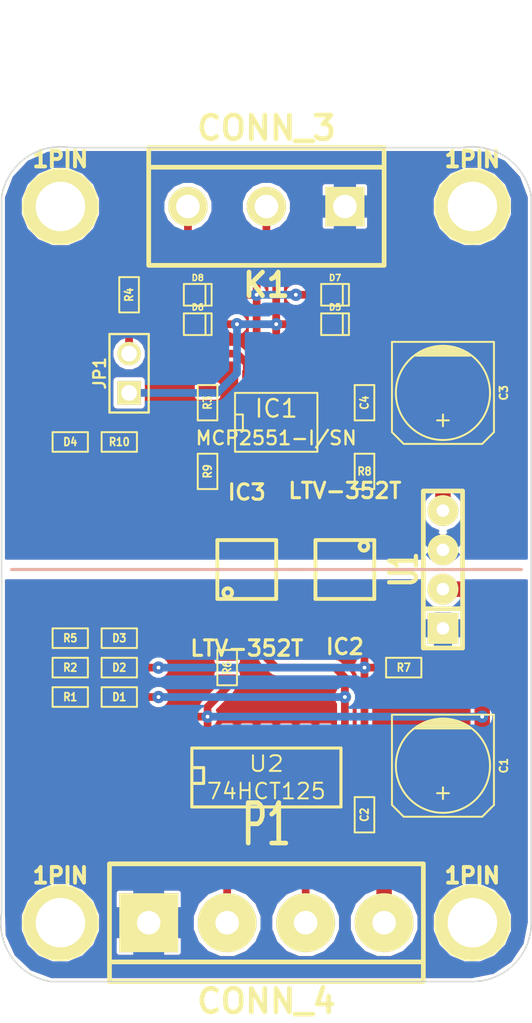
<source format=kicad_pcb>
(kicad_pcb (version 3) (host pcbnew "(2013-may-18)-stable")

  (general
    (links 60)
    (no_connects 0)
    (area 23.444999 16.200001 57.835001 81.8134)
    (thickness 1.6)
    (drawings 15)
    (tracks 137)
    (zones 0)
    (modules 34)
    (nets 21)
  )

  (page A3)
  (layers
    (15 F.Cu signal)
    (0 B.Cu signal)
    (16 B.Adhes user)
    (17 F.Adhes user)
    (18 B.Paste user)
    (19 F.Paste user)
    (20 B.SilkS user)
    (21 F.SilkS user)
    (22 B.Mask user)
    (23 F.Mask user)
    (24 Dwgs.User user)
    (25 Cmts.User user)
    (26 Eco1.User user)
    (27 Eco2.User user)
    (28 Edge.Cuts user)
  )

  (setup
    (last_trace_width 0.254)
    (user_trace_width 0.254)
    (user_trace_width 0.5)
    (user_trace_width 0.75)
    (user_trace_width 1)
    (trace_clearance 0.254)
    (zone_clearance 0.17)
    (zone_45_only no)
    (trace_min 0.254)
    (segment_width 0.2)
    (edge_width 0.1)
    (via_size 0.889)
    (via_drill 0.635)
    (via_min_size 0.6)
    (via_min_drill 0.2)
    (user_via 0.8 0.25)
    (uvia_size 0.508)
    (uvia_drill 0.127)
    (uvias_allowed no)
    (uvia_min_size 0.508)
    (uvia_min_drill 0.127)
    (pcb_text_width 0.3)
    (pcb_text_size 1.5 1.5)
    (mod_edge_width 0.25)
    (mod_text_size 1 1)
    (mod_text_width 0.15)
    (pad_size 2 2)
    (pad_drill 0.8128)
    (pad_to_mask_clearance 0)
    (aux_axis_origin 0 0)
    (visible_elements FFFFFFBF)
    (pcbplotparams
      (layerselection 284196865)
      (usegerberextensions false)
      (excludeedgelayer true)
      (linewidth 0.150000)
      (plotframeref false)
      (viasonmask false)
      (mode 1)
      (useauxorigin false)
      (hpglpennumber 1)
      (hpglpenspeed 20)
      (hpglpendiameter 15)
      (hpglpenoverlay 2)
      (psnegative false)
      (psa4output false)
      (plotreference true)
      (plotvalue true)
      (plotothertext true)
      (plotinvisibletext false)
      (padsonsilk false)
      (subtractmaskfromsilk false)
      (outputformat 2)
      (mirror false)
      (drillshape 2)
      (scaleselection 1)
      (outputdirectory pdfs/))
  )

  (net 0 "")
  (net 1 +5V)
  (net 2 BUS_5V)
  (net 3 BUS_GND)
  (net 4 GND)
  (net 5 N-0000020)
  (net 6 N-0000021)
  (net 7 N-0000022)
  (net 8 N-0000023)
  (net 9 N-0000024)
  (net 10 N-0000025)
  (net 11 N-0000026)
  (net 12 N-0000027)
  (net 13 N-000004)
  (net 14 N-000005)
  (net 15 N-000006)
  (net 16 N-000007)
  (net 17 RXD)
  (net 18 RXDout)
  (net 19 TXD)
  (net 20 TXDin)

  (net_class Default "This is the default net class."
    (clearance 0.254)
    (trace_width 0.254)
    (via_dia 0.889)
    (via_drill 0.635)
    (uvia_dia 0.508)
    (uvia_drill 0.127)
    (add_net "")
    (add_net +5V)
    (add_net BUS_5V)
    (add_net BUS_GND)
    (add_net GND)
    (add_net N-0000020)
    (add_net N-0000021)
    (add_net N-0000022)
    (add_net N-0000023)
    (add_net N-0000024)
    (add_net N-0000025)
    (add_net N-0000026)
    (add_net N-0000027)
    (add_net N-000004)
    (add_net N-000005)
    (add_net N-000006)
    (add_net N-000007)
    (add_net RXD)
    (add_net RXDout)
    (add_net TXD)
    (add_net TXDin)
  )

  (module SO8E (layer F.Cu) (tedit 4F33A5C7) (tstamp 5557C90E)
    (at 41.275 43.18)
    (descr "module CMS SOJ 8 pins etroit")
    (tags "CMS SOJ")
    (path /5557C9B9)
    (attr smd)
    (fp_text reference IC1 (at 0 -0.889) (layer F.SilkS)
      (effects (font (size 1.143 1.143) (thickness 0.1524)))
    )
    (fp_text value MCP2551-I/SN (at 0 1.016) (layer F.SilkS)
      (effects (font (size 0.889 0.889) (thickness 0.1524)))
    )
    (fp_line (start -2.667 1.778) (end -2.667 1.905) (layer F.SilkS) (width 0.127))
    (fp_line (start -2.667 1.905) (end 2.667 1.905) (layer F.SilkS) (width 0.127))
    (fp_line (start 2.667 -1.905) (end -2.667 -1.905) (layer F.SilkS) (width 0.127))
    (fp_line (start -2.667 -1.905) (end -2.667 1.778) (layer F.SilkS) (width 0.127))
    (fp_line (start -2.667 -0.508) (end -2.159 -0.508) (layer F.SilkS) (width 0.127))
    (fp_line (start -2.159 -0.508) (end -2.159 0.508) (layer F.SilkS) (width 0.127))
    (fp_line (start -2.159 0.508) (end -2.667 0.508) (layer F.SilkS) (width 0.127))
    (fp_line (start 2.667 -1.905) (end 2.667 1.905) (layer F.SilkS) (width 0.127))
    (pad 8 smd rect (at -1.905 -2.667) (size 0.59944 1.39954)
      (layers F.Cu F.Paste F.Mask)
      (net 12 N-0000027)
    )
    (pad 1 smd rect (at -1.905 2.667) (size 0.59944 1.39954)
      (layers F.Cu F.Paste F.Mask)
      (net 6 N-0000021)
    )
    (pad 7 smd rect (at -0.635 -2.667) (size 0.59944 1.39954)
      (layers F.Cu F.Paste F.Mask)
      (net 10 N-0000025)
    )
    (pad 6 smd rect (at 0.635 -2.667) (size 0.59944 1.39954)
      (layers F.Cu F.Paste F.Mask)
      (net 11 N-0000026)
    )
    (pad 5 smd rect (at 1.905 -2.667) (size 0.59944 1.39954)
      (layers F.Cu F.Paste F.Mask)
    )
    (pad 2 smd rect (at -0.635 2.667) (size 0.59944 1.39954)
      (layers F.Cu F.Paste F.Mask)
      (net 3 BUS_GND)
    )
    (pad 3 smd rect (at 0.635 2.667) (size 0.59944 1.39954)
      (layers F.Cu F.Paste F.Mask)
      (net 2 BUS_5V)
    )
    (pad 4 smd rect (at 1.905 2.667) (size 0.59944 1.39954)
      (layers F.Cu F.Paste F.Mask)
      (net 7 N-0000022)
    )
    (model smd/cms_so8.wrl
      (at (xyz 0 0 0))
      (scale (xyz 0.5 0.32 0.5))
      (rotate (xyz 0 0 0))
    )
  )

  (module SM0603 (layer F.Cu) (tedit 5557D53E) (tstamp 5557C918)
    (at 36.83 41.91 270)
    (path /5557C097)
    (attr smd)
    (fp_text reference R3 (at 0 0 270) (layer F.SilkS)
      (effects (font (size 0.508 0.4572) (thickness 0.1143)))
    )
    (fp_text value 120 (at 0 0 270) (layer F.SilkS) hide
      (effects (font (size 0.508 0.4572) (thickness 0.1143)))
    )
    (fp_line (start -1.143 -0.635) (end 1.143 -0.635) (layer F.SilkS) (width 0.127))
    (fp_line (start 1.143 -0.635) (end 1.143 0.635) (layer F.SilkS) (width 0.127))
    (fp_line (start 1.143 0.635) (end -1.143 0.635) (layer F.SilkS) (width 0.127))
    (fp_line (start -1.143 0.635) (end -1.143 -0.635) (layer F.SilkS) (width 0.127))
    (pad 1 smd rect (at -0.762 0 270) (size 0.635 1.143)
      (layers F.Cu F.Paste F.Mask)
      (net 12 N-0000027)
    )
    (pad 2 smd rect (at 0.762 0 270) (size 0.635 1.143)
      (layers F.Cu F.Paste F.Mask)
      (net 3 BUS_GND)
    )
    (model smd\resistors\R0603.wrl
      (at (xyz 0 0 0.001))
      (scale (xyz 0.5 0.5 0.5))
      (rotate (xyz 0 0 0))
    )
  )

  (module SM0603 (layer F.Cu) (tedit 5557CA49) (tstamp 5557C922)
    (at 27.94 59.055)
    (path /5557C0BD)
    (attr smd)
    (fp_text reference R2 (at 0 0) (layer F.SilkS)
      (effects (font (size 0.508 0.4572) (thickness 0.1143)))
    )
    (fp_text value 1k (at 0 0) (layer F.SilkS) hide
      (effects (font (size 0.508 0.4572) (thickness 0.1143)))
    )
    (fp_line (start -1.143 -0.635) (end 1.143 -0.635) (layer F.SilkS) (width 0.127))
    (fp_line (start 1.143 -0.635) (end 1.143 0.635) (layer F.SilkS) (width 0.127))
    (fp_line (start 1.143 0.635) (end -1.143 0.635) (layer F.SilkS) (width 0.127))
    (fp_line (start -1.143 0.635) (end -1.143 -0.635) (layer F.SilkS) (width 0.127))
    (pad 1 smd rect (at -0.762 0) (size 0.635 1.143)
      (layers F.Cu F.Paste F.Mask)
      (net 1 +5V)
    )
    (pad 2 smd rect (at 0.762 0) (size 0.635 1.143)
      (layers F.Cu F.Paste F.Mask)
      (net 14 N-000005)
    )
    (model smd\resistors\R0603.wrl
      (at (xyz 0 0 0.001))
      (scale (xyz 0.5 0.5 0.5))
      (rotate (xyz 0 0 0))
    )
  )

  (module SM0603 (layer F.Cu) (tedit 4E43A3D1) (tstamp 5557C92C)
    (at 31.115 60.96)
    (path /5557C0EA)
    (attr smd)
    (fp_text reference D1 (at 0 0) (layer F.SilkS)
      (effects (font (size 0.508 0.4572) (thickness 0.1143)))
    )
    (fp_text value LED (at 0 0) (layer F.SilkS) hide
      (effects (font (size 0.508 0.4572) (thickness 0.1143)))
    )
    (fp_line (start -1.143 -0.635) (end 1.143 -0.635) (layer F.SilkS) (width 0.127))
    (fp_line (start 1.143 -0.635) (end 1.143 0.635) (layer F.SilkS) (width 0.127))
    (fp_line (start 1.143 0.635) (end -1.143 0.635) (layer F.SilkS) (width 0.127))
    (fp_line (start -1.143 0.635) (end -1.143 -0.635) (layer F.SilkS) (width 0.127))
    (pad 1 smd rect (at -0.762 0) (size 0.635 1.143)
      (layers F.Cu F.Paste F.Mask)
      (net 15 N-000006)
    )
    (pad 2 smd rect (at 0.762 0) (size 0.635 1.143)
      (layers F.Cu F.Paste F.Mask)
      (net 19 TXD)
    )
    (model smd\resistors\R0603.wrl
      (at (xyz 0 0 0.001))
      (scale (xyz 0.5 0.5 0.5))
      (rotate (xyz 0 0 0))
    )
  )

  (module SM0603 (layer F.Cu) (tedit 4E43A3D1) (tstamp 5557C936)
    (at 31.115 59.055)
    (path /5557C0F9)
    (attr smd)
    (fp_text reference D2 (at 0 0) (layer F.SilkS)
      (effects (font (size 0.508 0.4572) (thickness 0.1143)))
    )
    (fp_text value LED (at 0 0) (layer F.SilkS) hide
      (effects (font (size 0.508 0.4572) (thickness 0.1143)))
    )
    (fp_line (start -1.143 -0.635) (end 1.143 -0.635) (layer F.SilkS) (width 0.127))
    (fp_line (start 1.143 -0.635) (end 1.143 0.635) (layer F.SilkS) (width 0.127))
    (fp_line (start 1.143 0.635) (end -1.143 0.635) (layer F.SilkS) (width 0.127))
    (fp_line (start -1.143 0.635) (end -1.143 -0.635) (layer F.SilkS) (width 0.127))
    (pad 1 smd rect (at -0.762 0) (size 0.635 1.143)
      (layers F.Cu F.Paste F.Mask)
      (net 14 N-000005)
    )
    (pad 2 smd rect (at 0.762 0) (size 0.635 1.143)
      (layers F.Cu F.Paste F.Mask)
      (net 17 RXD)
    )
    (model smd\resistors\R0603.wrl
      (at (xyz 0 0 0.001))
      (scale (xyz 0.5 0.5 0.5))
      (rotate (xyz 0 0 0))
    )
  )

  (module SM0603 (layer F.Cu) (tedit 5557D49B) (tstamp 5557C940)
    (at 31.75 34.925 90)
    (path /5557C303)
    (attr smd)
    (fp_text reference R4 (at 0 0 90) (layer F.SilkS)
      (effects (font (size 0.508 0.4572) (thickness 0.1143)))
    )
    (fp_text value 60 (at 0 0 90) (layer F.SilkS) hide
      (effects (font (size 0.508 0.4572) (thickness 0.1143)))
    )
    (fp_line (start -1.143 -0.635) (end 1.143 -0.635) (layer F.SilkS) (width 0.127))
    (fp_line (start 1.143 -0.635) (end 1.143 0.635) (layer F.SilkS) (width 0.127))
    (fp_line (start 1.143 0.635) (end -1.143 0.635) (layer F.SilkS) (width 0.127))
    (fp_line (start -1.143 0.635) (end -1.143 -0.635) (layer F.SilkS) (width 0.127))
    (pad 1 smd rect (at -0.762 0 90) (size 0.635 1.143)
      (layers F.Cu F.Paste F.Mask)
      (net 9 N-0000024)
    )
    (pad 2 smd rect (at 0.762 0 90) (size 0.635 1.143)
      (layers F.Cu F.Paste F.Mask)
      (net 10 N-0000025)
    )
    (model smd\resistors\R0603.wrl
      (at (xyz 0 0 0.001))
      (scale (xyz 0.5 0.5 0.5))
      (rotate (xyz 0 0 0))
    )
  )

  (module SM0603 (layer F.Cu) (tedit 555F1DB9) (tstamp 5557C94A)
    (at 46.99 68.58 90)
    (path /5557C4B0)
    (attr smd)
    (fp_text reference C2 (at 0 0 90) (layer F.SilkS)
      (effects (font (size 0.508 0.4572) (thickness 0.1143)))
    )
    (fp_text value 100nF (at 0 0 90) (layer F.SilkS) hide
      (effects (font (size 0.508 0.4572) (thickness 0.1143)))
    )
    (fp_line (start -1.143 -0.635) (end 1.143 -0.635) (layer F.SilkS) (width 0.127))
    (fp_line (start 1.143 -0.635) (end 1.143 0.635) (layer F.SilkS) (width 0.127))
    (fp_line (start 1.143 0.635) (end -1.143 0.635) (layer F.SilkS) (width 0.127))
    (fp_line (start -1.143 0.635) (end -1.143 -0.635) (layer F.SilkS) (width 0.127))
    (pad 1 smd rect (at -0.762 0 90) (size 0.635 1.143)
      (layers F.Cu F.Paste F.Mask)
      (net 1 +5V)
    )
    (pad 2 smd rect (at 0.762 0 90) (size 0.635 1.143)
      (layers F.Cu F.Paste F.Mask)
      (net 4 GND)
    )
    (model smd\resistors\R0603.wrl
      (at (xyz 0 0 0.001))
      (scale (xyz 0.5 0.5 0.5))
      (rotate (xyz 0 0 0))
    )
  )

  (module SM0603 (layer F.Cu) (tedit 4E43A3D1) (tstamp 5557C954)
    (at 27.94 57.15)
    (path /5557C4DD)
    (attr smd)
    (fp_text reference R5 (at 0 0) (layer F.SilkS)
      (effects (font (size 0.508 0.4572) (thickness 0.1143)))
    )
    (fp_text value 1k (at 0 0) (layer F.SilkS) hide
      (effects (font (size 0.508 0.4572) (thickness 0.1143)))
    )
    (fp_line (start -1.143 -0.635) (end 1.143 -0.635) (layer F.SilkS) (width 0.127))
    (fp_line (start 1.143 -0.635) (end 1.143 0.635) (layer F.SilkS) (width 0.127))
    (fp_line (start 1.143 0.635) (end -1.143 0.635) (layer F.SilkS) (width 0.127))
    (fp_line (start -1.143 0.635) (end -1.143 -0.635) (layer F.SilkS) (width 0.127))
    (pad 1 smd rect (at -0.762 0) (size 0.635 1.143)
      (layers F.Cu F.Paste F.Mask)
      (net 1 +5V)
    )
    (pad 2 smd rect (at 0.762 0) (size 0.635 1.143)
      (layers F.Cu F.Paste F.Mask)
      (net 5 N-0000020)
    )
    (model smd\resistors\R0603.wrl
      (at (xyz 0 0 0.001))
      (scale (xyz 0.5 0.5 0.5))
      (rotate (xyz 0 0 0))
    )
  )

  (module SM0603 (layer F.Cu) (tedit 5557CAB9) (tstamp 5557C95E)
    (at 31.115 57.15)
    (path /5557C4EC)
    (attr smd)
    (fp_text reference D3 (at 0 0) (layer F.SilkS)
      (effects (font (size 0.508 0.4572) (thickness 0.1143)))
    )
    (fp_text value LED (at 0 0) (layer F.SilkS) hide
      (effects (font (size 0.508 0.4572) (thickness 0.1143)))
    )
    (fp_line (start -1.143 -0.635) (end 1.143 -0.635) (layer F.SilkS) (width 0.127))
    (fp_line (start 1.143 -0.635) (end 1.143 0.635) (layer F.SilkS) (width 0.127))
    (fp_line (start 1.143 0.635) (end -1.143 0.635) (layer F.SilkS) (width 0.127))
    (fp_line (start -1.143 0.635) (end -1.143 -0.635) (layer F.SilkS) (width 0.127))
    (pad 1 smd rect (at -0.762 0) (size 0.635 1.143)
      (layers F.Cu F.Paste F.Mask)
      (net 5 N-0000020)
    )
    (pad 2 smd rect (at 0.762 0) (size 0.635 1.143)
      (layers F.Cu F.Paste F.Mask)
      (net 4 GND)
    )
    (model smd\resistors\R0603.wrl
      (at (xyz 0 0 0.001))
      (scale (xyz 0.5 0.5 0.5))
      (rotate (xyz 0 0 0))
    )
  )

  (module PIN_ARRAY_2X1 (layer F.Cu) (tedit 4565C520) (tstamp 5557C968)
    (at 31.75 40.005 90)
    (descr "Connecteurs 2 pins")
    (tags "CONN DEV")
    (path /5557C31C)
    (fp_text reference JP1 (at 0 -1.905 90) (layer F.SilkS)
      (effects (font (size 0.762 0.762) (thickness 0.1524)))
    )
    (fp_text value JUMPER (at 0 -1.905 90) (layer F.SilkS) hide
      (effects (font (size 0.762 0.762) (thickness 0.1524)))
    )
    (fp_line (start -2.54 1.27) (end -2.54 -1.27) (layer F.SilkS) (width 0.1524))
    (fp_line (start -2.54 -1.27) (end 2.54 -1.27) (layer F.SilkS) (width 0.1524))
    (fp_line (start 2.54 -1.27) (end 2.54 1.27) (layer F.SilkS) (width 0.1524))
    (fp_line (start 2.54 1.27) (end -2.54 1.27) (layer F.SilkS) (width 0.1524))
    (pad 1 thru_hole rect (at -1.27 0 90) (size 1.524 1.524) (drill 1.016)
      (layers *.Cu *.Mask F.SilkS)
      (net 11 N-0000026)
    )
    (pad 2 thru_hole circle (at 1.27 0 90) (size 1.524 1.524) (drill 1.016)
      (layers *.Cu *.Mask F.SilkS)
      (net 9 N-0000024)
    )
    (model pin_array/pins_array_2x1.wrl
      (at (xyz 0 0 0))
      (scale (xyz 1 1 1))
      (rotate (xyz 0 0 0))
    )
  )

  (module c_elec_6.3x5.8 (layer F.Cu) (tedit 49F5C09D) (tstamp 5557C97C)
    (at 52.07 65.405 270)
    (descr "SMT capacitor, aluminium electrolytic, 6.3x5.8")
    (path /5557C4CE)
    (fp_text reference C1 (at 0 -3.937 270) (layer F.SilkS)
      (effects (font (size 0.50038 0.50038) (thickness 0.11938)))
    )
    (fp_text value 47uF (at 0 3.81 270) (layer F.SilkS) hide
      (effects (font (size 0.50038 0.50038) (thickness 0.11938)))
    )
    (fp_line (start -2.921 -0.762) (end -2.921 0.762) (layer F.SilkS) (width 0.127))
    (fp_line (start -2.794 1.143) (end -2.794 -1.143) (layer F.SilkS) (width 0.127))
    (fp_line (start -2.667 -1.397) (end -2.667 1.397) (layer F.SilkS) (width 0.127))
    (fp_line (start -2.54 1.651) (end -2.54 -1.651) (layer F.SilkS) (width 0.127))
    (fp_line (start -2.413 -1.778) (end -2.413 1.778) (layer F.SilkS) (width 0.127))
    (fp_circle (center 0 0) (end -3.048 0) (layer F.SilkS) (width 0.127))
    (fp_line (start -3.302 -3.302) (end -3.302 3.302) (layer F.SilkS) (width 0.127))
    (fp_line (start -3.302 3.302) (end 2.54 3.302) (layer F.SilkS) (width 0.127))
    (fp_line (start 2.54 3.302) (end 3.302 2.54) (layer F.SilkS) (width 0.127))
    (fp_line (start 3.302 2.54) (end 3.302 -2.54) (layer F.SilkS) (width 0.127))
    (fp_line (start 3.302 -2.54) (end 2.54 -3.302) (layer F.SilkS) (width 0.127))
    (fp_line (start 2.54 -3.302) (end -3.302 -3.302) (layer F.SilkS) (width 0.127))
    (fp_line (start 2.159 0) (end 1.397 0) (layer F.SilkS) (width 0.127))
    (fp_line (start 1.778 -0.381) (end 1.778 0.381) (layer F.SilkS) (width 0.127))
    (pad 1 smd rect (at 2.75082 0 270) (size 3.59918 1.6002)
      (layers F.Cu F.Paste F.Mask)
      (net 1 +5V)
    )
    (pad 2 smd rect (at -2.75082 0 270) (size 3.59918 1.6002)
      (layers F.Cu F.Paste F.Mask)
      (net 4 GND)
    )
    (model smd/capacitors/c_elec_6_3x5_8.wrl
      (at (xyz 0 0 0))
      (scale (xyz 1 1 1))
      (rotate (xyz 0 0 0))
    )
  )

  (module bornier4 (layer F.Cu) (tedit 3EC0ED29) (tstamp 5557C989)
    (at 40.64 75.565)
    (descr "Bornier d'alimentation 4 pins")
    (tags DEV)
    (path /5557C144)
    (fp_text reference P1 (at 0 -6.35) (layer F.SilkS)
      (effects (font (size 2.6162 1.59766) (thickness 0.3048)))
    )
    (fp_text value CONN_4 (at 0 5.08) (layer F.SilkS)
      (effects (font (size 1.524 1.524) (thickness 0.3048)))
    )
    (fp_line (start -10.16 -3.81) (end -10.16 3.81) (layer F.SilkS) (width 0.3048))
    (fp_line (start 10.16 3.81) (end 10.16 -3.81) (layer F.SilkS) (width 0.3048))
    (fp_line (start 10.16 2.54) (end -10.16 2.54) (layer F.SilkS) (width 0.3048))
    (fp_line (start -10.16 -3.81) (end 10.16 -3.81) (layer F.SilkS) (width 0.3048))
    (fp_line (start -10.16 3.81) (end 10.16 3.81) (layer F.SilkS) (width 0.3048))
    (pad 2 thru_hole circle (at -2.54 0) (size 3.81 3.81) (drill 1.524)
      (layers *.Cu *.Mask F.SilkS)
      (net 20 TXDin)
    )
    (pad 3 thru_hole circle (at 2.54 0) (size 3.81 3.81) (drill 1.524)
      (layers *.Cu *.Mask F.SilkS)
      (net 18 RXDout)
    )
    (pad 1 thru_hole rect (at -7.62 0) (size 3.81 3.81) (drill 1.524)
      (layers *.Cu *.Mask F.SilkS)
      (net 4 GND)
    )
    (pad 4 thru_hole circle (at 7.62 0) (size 3.81 3.81) (drill 1.524)
      (layers *.Cu *.Mask F.SilkS)
      (net 1 +5V)
    )
    (model device/bornier_4.wrl
      (at (xyz 0 0 0))
      (scale (xyz 1 1 1))
      (rotate (xyz 0 0 0))
    )
  )

  (module bornier3 (layer F.Cu) (tedit 3EC0ECFA) (tstamp 5557C995)
    (at 40.64 29.21 180)
    (descr "Bornier d'alimentation 3 pins")
    (tags DEV)
    (path /5557C2A1)
    (fp_text reference K1 (at 0 -5.08 180) (layer F.SilkS)
      (effects (font (size 1.524 1.524) (thickness 0.3048)))
    )
    (fp_text value CONN_3 (at 0 5.08 180) (layer F.SilkS)
      (effects (font (size 1.524 1.524) (thickness 0.3048)))
    )
    (fp_line (start -7.62 3.81) (end -7.62 -3.81) (layer F.SilkS) (width 0.3048))
    (fp_line (start 7.62 3.81) (end 7.62 -3.81) (layer F.SilkS) (width 0.3048))
    (fp_line (start -7.62 2.54) (end 7.62 2.54) (layer F.SilkS) (width 0.3048))
    (fp_line (start -7.62 -3.81) (end 7.62 -3.81) (layer F.SilkS) (width 0.3048))
    (fp_line (start -7.62 3.81) (end 7.62 3.81) (layer F.SilkS) (width 0.3048))
    (pad 1 thru_hole rect (at -5.08 0 180) (size 2.54 2.54) (drill 1.524)
      (layers *.Cu *.Mask F.SilkS)
      (net 3 BUS_GND)
    )
    (pad 2 thru_hole circle (at 0 0 180) (size 2.54 2.54) (drill 1.524)
      (layers *.Cu *.Mask F.SilkS)
      (net 11 N-0000026)
    )
    (pad 3 thru_hole circle (at 5.08 0 180) (size 2.54 2.54) (drill 1.524)
      (layers *.Cu *.Mask F.SilkS)
      (net 10 N-0000025)
    )
    (model device/bornier_3.wrl
      (at (xyz 0 0 0))
      (scale (xyz 1 1 1))
      (rotate (xyz 0 0 0))
    )
  )

  (module SM0603 (layer F.Cu) (tedit 5557CA3E) (tstamp 5557C8FA)
    (at 27.94 60.96)
    (path /5557C0CC)
    (attr smd)
    (fp_text reference R1 (at 0 0) (layer F.SilkS)
      (effects (font (size 0.508 0.4572) (thickness 0.1143)))
    )
    (fp_text value 1k (at 0 0) (layer F.SilkS) hide
      (effects (font (size 0.508 0.4572) (thickness 0.1143)))
    )
    (fp_line (start -1.143 -0.635) (end 1.143 -0.635) (layer F.SilkS) (width 0.127))
    (fp_line (start 1.143 -0.635) (end 1.143 0.635) (layer F.SilkS) (width 0.127))
    (fp_line (start 1.143 0.635) (end -1.143 0.635) (layer F.SilkS) (width 0.127))
    (fp_line (start -1.143 0.635) (end -1.143 -0.635) (layer F.SilkS) (width 0.127))
    (pad 1 smd rect (at -0.762 0) (size 0.635 1.143)
      (layers F.Cu F.Paste F.Mask)
      (net 1 +5V)
    )
    (pad 2 smd rect (at 0.762 0) (size 0.635 1.143)
      (layers F.Cu F.Paste F.Mask)
      (net 15 N-000006)
    )
    (model smd\resistors\R0603.wrl
      (at (xyz 0 0 0.001))
      (scale (xyz 0.5 0.5 0.5))
      (rotate (xyz 0 0 0))
    )
  )

  (module 1pin (layer F.Cu) (tedit 5557D331) (tstamp 5557D31C)
    (at 53.975 75.565)
    (descr "module 1 pin (ou trou mecanique de percage)")
    (tags DEV)
    (path 1pin)
    (fp_text reference 1PIN (at 0 -3.048) (layer F.SilkS)
      (effects (font (size 1.016 1.016) (thickness 0.254)))
    )
    (fp_text value P*** (at 0 2.794) (layer F.SilkS) hide
      (effects (font (size 1.016 1.016) (thickness 0.254)))
    )
    (fp_circle (center 0 0) (end 0 -2.286) (layer F.SilkS) (width 0.381))
    (pad 1 thru_hole circle (at 0 0) (size 4.5 4.5) (drill 3.2)
      (layers *.Cu *.Mask F.SilkS)
    )
  )

  (module 1pin (layer F.Cu) (tedit 5557D33B) (tstamp 5557D327)
    (at 27.305 75.565)
    (descr "module 1 pin (ou trou mecanique de percage)")
    (tags DEV)
    (path 1pin)
    (fp_text reference 1PIN (at 0 -3.048) (layer F.SilkS)
      (effects (font (size 1.016 1.016) (thickness 0.254)))
    )
    (fp_text value P*** (at 0 2.794) (layer F.SilkS) hide
      (effects (font (size 1.016 1.016) (thickness 0.254)))
    )
    (fp_circle (center 0 0) (end 0 -2.286) (layer F.SilkS) (width 0.381))
    (pad 1 thru_hole circle (at 0 0) (size 4.5 4.5) (drill 3.2)
      (layers *.Cu *.Mask F.SilkS)
    )
  )

  (module 1pin (layer F.Cu) (tedit 5557D357) (tstamp 555A68BB)
    (at 53.975 29.21)
    (descr "module 1 pin (ou trou mecanique de percage)")
    (tags DEV)
    (path 1pin)
    (fp_text reference 1PIN (at 0 -3.048) (layer F.SilkS)
      (effects (font (size 1.016 1.016) (thickness 0.254)))
    )
    (fp_text value P*** (at 0 2.794) (layer F.SilkS) hide
      (effects (font (size 1.016 1.016) (thickness 0.254)))
    )
    (fp_circle (center 0 0) (end 0 -2.286) (layer F.SilkS) (width 0.381))
    (pad 1 thru_hole circle (at 0 0) (size 4.5 4.5) (drill 3.2)
      (layers *.Cu *.Mask F.SilkS)
    )
  )

  (module 1pin (layer F.Cu) (tedit 5557D354) (tstamp 5557D351)
    (at 27.305 29.21)
    (descr "module 1 pin (ou trou mecanique de percage)")
    (tags DEV)
    (path 1pin)
    (fp_text reference 1PIN (at 0 -3.048) (layer F.SilkS)
      (effects (font (size 1.016 1.016) (thickness 0.254)))
    )
    (fp_text value P*** (at 0 2.794) (layer F.SilkS) hide
      (effects (font (size 1.016 1.016) (thickness 0.254)))
    )
    (fp_circle (center 0 0) (end 0 -2.286) (layer F.SilkS) (width 0.381))
    (pad 1 thru_hole circle (at 0 0) (size 4.5 4.5) (drill 3.2)
      (layers *.Cu *.Mask F.SilkS)
    )
  )

  (module SM0603 (layer F.Cu) (tedit 555F14E1) (tstamp 555DDF75)
    (at 46.99 46.355 270)
    (path /555DB5D6)
    (attr smd)
    (fp_text reference R8 (at 0 0 360) (layer F.SilkS)
      (effects (font (size 0.508 0.4572) (thickness 0.1143)))
    )
    (fp_text value 390 (at 0 0 270) (layer F.SilkS) hide
      (effects (font (size 0.508 0.4572) (thickness 0.1143)))
    )
    (fp_line (start -1.143 -0.635) (end 1.143 -0.635) (layer F.SilkS) (width 0.127))
    (fp_line (start 1.143 -0.635) (end 1.143 0.635) (layer F.SilkS) (width 0.127))
    (fp_line (start 1.143 0.635) (end -1.143 0.635) (layer F.SilkS) (width 0.127))
    (fp_line (start -1.143 0.635) (end -1.143 -0.635) (layer F.SilkS) (width 0.127))
    (pad 1 smd rect (at -0.762 0 270) (size 0.635 1.143)
      (layers F.Cu F.Paste F.Mask)
      (net 2 BUS_5V)
    )
    (pad 2 smd rect (at 0.762 0 270) (size 0.635 1.143)
      (layers F.Cu F.Paste F.Mask)
      (net 8 N-0000023)
    )
    (model smd\resistors\R0603.wrl
      (at (xyz 0 0 0.001))
      (scale (xyz 0.5 0.5 0.5))
      (rotate (xyz 0 0 0))
    )
  )

  (module SM0603 (layer F.Cu) (tedit 555F1536) (tstamp 555DDF7F)
    (at 36.83 46.355 270)
    (path /555DB70E)
    (attr smd)
    (fp_text reference R9 (at 0 0 270) (layer F.SilkS)
      (effects (font (size 0.508 0.4572) (thickness 0.1143)))
    )
    (fp_text value 1k (at 0 0 270) (layer F.SilkS) hide
      (effects (font (size 0.508 0.4572) (thickness 0.1143)))
    )
    (fp_line (start -1.143 -0.635) (end 1.143 -0.635) (layer F.SilkS) (width 0.127))
    (fp_line (start 1.143 -0.635) (end 1.143 0.635) (layer F.SilkS) (width 0.127))
    (fp_line (start 1.143 0.635) (end -1.143 0.635) (layer F.SilkS) (width 0.127))
    (fp_line (start -1.143 0.635) (end -1.143 -0.635) (layer F.SilkS) (width 0.127))
    (pad 1 smd rect (at -0.762 0 270) (size 0.635 1.143)
      (layers F.Cu F.Paste F.Mask)
      (net 2 BUS_5V)
    )
    (pad 2 smd rect (at 0.762 0 270) (size 0.635 1.143)
      (layers F.Cu F.Paste F.Mask)
      (net 6 N-0000021)
    )
    (model smd\resistors\R0603.wrl
      (at (xyz 0 0 0.001))
      (scale (xyz 0.5 0.5 0.5))
      (rotate (xyz 0 0 0))
    )
  )

  (module SM0603 (layer F.Cu) (tedit 555F1C81) (tstamp 555DDF89)
    (at 49.53 59.055 180)
    (path /555DB78B)
    (attr smd)
    (fp_text reference R7 (at 0 0 180) (layer F.SilkS)
      (effects (font (size 0.508 0.4572) (thickness 0.1143)))
    )
    (fp_text value R (at 0 0 180) (layer F.SilkS) hide
      (effects (font (size 0.508 0.4572) (thickness 0.1143)))
    )
    (fp_line (start -1.143 -0.635) (end 1.143 -0.635) (layer F.SilkS) (width 0.127))
    (fp_line (start 1.143 -0.635) (end 1.143 0.635) (layer F.SilkS) (width 0.127))
    (fp_line (start 1.143 0.635) (end -1.143 0.635) (layer F.SilkS) (width 0.127))
    (fp_line (start -1.143 0.635) (end -1.143 -0.635) (layer F.SilkS) (width 0.127))
    (pad 1 smd rect (at -0.762 0 180) (size 0.635 1.143)
      (layers F.Cu F.Paste F.Mask)
      (net 1 +5V)
    )
    (pad 2 smd rect (at 0.762 0 180) (size 0.635 1.143)
      (layers F.Cu F.Paste F.Mask)
      (net 17 RXD)
    )
    (model smd\resistors\R0603.wrl
      (at (xyz 0 0 0.001))
      (scale (xyz 0.5 0.5 0.5))
      (rotate (xyz 0 0 0))
    )
  )

  (module SM0603 (layer F.Cu) (tedit 555F1B84) (tstamp 555DDF93)
    (at 38.1 59.055 90)
    (path /555DB83F)
    (attr smd)
    (fp_text reference R6 (at 0 0 90) (layer F.SilkS)
      (effects (font (size 0.508 0.4572) (thickness 0.1143)))
    )
    (fp_text value 390 (at 0 0 90) (layer F.SilkS) hide
      (effects (font (size 0.508 0.4572) (thickness 0.1143)))
    )
    (fp_line (start -1.143 -0.635) (end 1.143 -0.635) (layer F.SilkS) (width 0.127))
    (fp_line (start 1.143 -0.635) (end 1.143 0.635) (layer F.SilkS) (width 0.127))
    (fp_line (start 1.143 0.635) (end -1.143 0.635) (layer F.SilkS) (width 0.127))
    (fp_line (start -1.143 0.635) (end -1.143 -0.635) (layer F.SilkS) (width 0.127))
    (pad 1 smd rect (at -0.762 0 90) (size 0.635 1.143)
      (layers F.Cu F.Paste F.Mask)
      (net 1 +5V)
    )
    (pad 2 smd rect (at 0.762 0 90) (size 0.635 1.143)
      (layers F.Cu F.Paste F.Mask)
      (net 13 N-000004)
    )
    (model smd\resistors\R0603.wrl
      (at (xyz 0 0 0.001))
      (scale (xyz 0.5 0.5 0.5))
      (rotate (xyz 0 0 0))
    )
  )

  (module SM0603 (layer F.Cu) (tedit 4E43A3D1) (tstamp 555DDF9D)
    (at 46.99 41.91 90)
    (path /555DC2DE)
    (attr smd)
    (fp_text reference C4 (at 0 0 90) (layer F.SilkS)
      (effects (font (size 0.508 0.4572) (thickness 0.1143)))
    )
    (fp_text value 100nF (at 0 0 90) (layer F.SilkS) hide
      (effects (font (size 0.508 0.4572) (thickness 0.1143)))
    )
    (fp_line (start -1.143 -0.635) (end 1.143 -0.635) (layer F.SilkS) (width 0.127))
    (fp_line (start 1.143 -0.635) (end 1.143 0.635) (layer F.SilkS) (width 0.127))
    (fp_line (start 1.143 0.635) (end -1.143 0.635) (layer F.SilkS) (width 0.127))
    (fp_line (start -1.143 0.635) (end -1.143 -0.635) (layer F.SilkS) (width 0.127))
    (pad 1 smd rect (at -0.762 0 90) (size 0.635 1.143)
      (layers F.Cu F.Paste F.Mask)
      (net 2 BUS_5V)
    )
    (pad 2 smd rect (at 0.762 0 90) (size 0.635 1.143)
      (layers F.Cu F.Paste F.Mask)
      (net 3 BUS_GND)
    )
    (model smd\resistors\R0603.wrl
      (at (xyz 0 0 0.001))
      (scale (xyz 0.5 0.5 0.5))
      (rotate (xyz 0 0 0))
    )
  )

  (module SM0603 (layer F.Cu) (tedit 4E43A3D1) (tstamp 555DDFA7)
    (at 31.115 44.45 180)
    (path /555DC2F0)
    (attr smd)
    (fp_text reference R10 (at 0 0 180) (layer F.SilkS)
      (effects (font (size 0.508 0.4572) (thickness 0.1143)))
    )
    (fp_text value 1k (at 0 0 180) (layer F.SilkS) hide
      (effects (font (size 0.508 0.4572) (thickness 0.1143)))
    )
    (fp_line (start -1.143 -0.635) (end 1.143 -0.635) (layer F.SilkS) (width 0.127))
    (fp_line (start 1.143 -0.635) (end 1.143 0.635) (layer F.SilkS) (width 0.127))
    (fp_line (start 1.143 0.635) (end -1.143 0.635) (layer F.SilkS) (width 0.127))
    (fp_line (start -1.143 0.635) (end -1.143 -0.635) (layer F.SilkS) (width 0.127))
    (pad 1 smd rect (at -0.762 0 180) (size 0.635 1.143)
      (layers F.Cu F.Paste F.Mask)
      (net 2 BUS_5V)
    )
    (pad 2 smd rect (at 0.762 0 180) (size 0.635 1.143)
      (layers F.Cu F.Paste F.Mask)
      (net 16 N-000007)
    )
    (model smd\resistors\R0603.wrl
      (at (xyz 0 0 0.001))
      (scale (xyz 0.5 0.5 0.5))
      (rotate (xyz 0 0 0))
    )
  )

  (module SM0603 (layer F.Cu) (tedit 4E43A3D1) (tstamp 555F1E89)
    (at 27.94 44.45 180)
    (path /555DC2F6)
    (attr smd)
    (fp_text reference D4 (at 0 0 180) (layer F.SilkS)
      (effects (font (size 0.508 0.4572) (thickness 0.1143)))
    )
    (fp_text value LED (at 0 0 180) (layer F.SilkS) hide
      (effects (font (size 0.508 0.4572) (thickness 0.1143)))
    )
    (fp_line (start -1.143 -0.635) (end 1.143 -0.635) (layer F.SilkS) (width 0.127))
    (fp_line (start 1.143 -0.635) (end 1.143 0.635) (layer F.SilkS) (width 0.127))
    (fp_line (start 1.143 0.635) (end -1.143 0.635) (layer F.SilkS) (width 0.127))
    (fp_line (start -1.143 0.635) (end -1.143 -0.635) (layer F.SilkS) (width 0.127))
    (pad 1 smd rect (at -0.762 0 180) (size 0.635 1.143)
      (layers F.Cu F.Paste F.Mask)
      (net 16 N-000007)
    )
    (pad 2 smd rect (at 0.762 0 180) (size 0.635 1.143)
      (layers F.Cu F.Paste F.Mask)
      (net 3 BUS_GND)
    )
    (model smd\resistors\R0603.wrl
      (at (xyz 0 0 0.001))
      (scale (xyz 0.5 0.5 0.5))
      (rotate (xyz 0 0 0))
    )
  )

  (module SIL-4 (layer F.Cu) (tedit 555F28AD) (tstamp 555DDFC0)
    (at 52.07 52.705 90)
    (descr "Connecteur 4 pibs")
    (tags "CONN DEV")
    (path /555DC8A6)
    (fp_text reference U1 (at 0 -2.54 90) (layer F.SilkS)
      (effects (font (size 1.73482 1.08712) (thickness 0.3048)))
    )
    (fp_text value SIM1-0505 (at 0 -2.54 90) (layer F.SilkS) hide
      (effects (font (size 1.524 1.016) (thickness 0.3048)))
    )
    (fp_line (start -5.08 -1.27) (end -5.08 -1.27) (layer F.SilkS) (width 0.3048))
    (fp_line (start -5.08 1.27) (end -5.08 -1.27) (layer F.SilkS) (width 0.3048))
    (fp_line (start -5.08 -1.27) (end -5.08 -1.27) (layer F.SilkS) (width 0.3048))
    (fp_line (start -5.08 -1.27) (end 5.08 -1.27) (layer F.SilkS) (width 0.3048))
    (fp_line (start 5.08 -1.27) (end 5.08 1.27) (layer F.SilkS) (width 0.3048))
    (fp_line (start 5.08 1.27) (end -5.08 1.27) (layer F.SilkS) (width 0.3048))
    (fp_line (start -2.54 1.27) (end -2.54 -1.27) (layer F.SilkS) (width 0.3048))
    (pad 1 thru_hole rect (at -3.81 0 90) (size 2 2) (drill 0.8128)
      (layers *.Cu *.Mask F.SilkS)
      (net 4 GND)
    )
    (pad 2 thru_hole circle (at -1.27 0 90) (size 2 2) (drill 0.8128)
      (layers *.Cu *.Mask F.SilkS)
      (net 1 +5V)
    )
    (pad 3 thru_hole circle (at 1.27 0 90) (size 2 2) (drill 0.8128)
      (layers *.Cu *.Mask F.SilkS)
      (net 3 BUS_GND)
    )
    (pad 4 thru_hole circle (at 3.81 0 90) (size 2 2) (drill 0.8128)
      (layers *.Cu *.Mask F.SilkS)
      (net 2 BUS_5V)
    )
  )

  (module c_elec_6.3x5.8 (layer F.Cu) (tedit 49F5C09D) (tstamp 555DDFD4)
    (at 52.07 41.275 270)
    (descr "SMT capacitor, aluminium electrolytic, 6.3x5.8")
    (path /555DC2EA)
    (fp_text reference C3 (at 0 -3.937 270) (layer F.SilkS)
      (effects (font (size 0.50038 0.50038) (thickness 0.11938)))
    )
    (fp_text value 47uF (at 0 3.81 270) (layer F.SilkS) hide
      (effects (font (size 0.50038 0.50038) (thickness 0.11938)))
    )
    (fp_line (start -2.921 -0.762) (end -2.921 0.762) (layer F.SilkS) (width 0.127))
    (fp_line (start -2.794 1.143) (end -2.794 -1.143) (layer F.SilkS) (width 0.127))
    (fp_line (start -2.667 -1.397) (end -2.667 1.397) (layer F.SilkS) (width 0.127))
    (fp_line (start -2.54 1.651) (end -2.54 -1.651) (layer F.SilkS) (width 0.127))
    (fp_line (start -2.413 -1.778) (end -2.413 1.778) (layer F.SilkS) (width 0.127))
    (fp_circle (center 0 0) (end -3.048 0) (layer F.SilkS) (width 0.127))
    (fp_line (start -3.302 -3.302) (end -3.302 3.302) (layer F.SilkS) (width 0.127))
    (fp_line (start -3.302 3.302) (end 2.54 3.302) (layer F.SilkS) (width 0.127))
    (fp_line (start 2.54 3.302) (end 3.302 2.54) (layer F.SilkS) (width 0.127))
    (fp_line (start 3.302 2.54) (end 3.302 -2.54) (layer F.SilkS) (width 0.127))
    (fp_line (start 3.302 -2.54) (end 2.54 -3.302) (layer F.SilkS) (width 0.127))
    (fp_line (start 2.54 -3.302) (end -3.302 -3.302) (layer F.SilkS) (width 0.127))
    (fp_line (start 2.159 0) (end 1.397 0) (layer F.SilkS) (width 0.127))
    (fp_line (start 1.778 -0.381) (end 1.778 0.381) (layer F.SilkS) (width 0.127))
    (pad 1 smd rect (at 2.75082 0 270) (size 3.59918 1.6002)
      (layers F.Cu F.Paste F.Mask)
      (net 2 BUS_5V)
    )
    (pad 2 smd rect (at -2.75082 0 270) (size 3.59918 1.6002)
      (layers F.Cu F.Paste F.Mask)
      (net 3 BUS_GND)
    )
    (model smd/capacitors/c_elec_6_3x5_8.wrl
      (at (xyz 0 0 0))
      (scale (xyz 1 1 1))
      (rotate (xyz 0 0 0))
    )
  )

  (module SO14E (layer F.Cu) (tedit 42806FBF) (tstamp 555EFF14)
    (at 40.64 66.04)
    (descr "module CMS SOJ 14 pins etroit")
    (tags "CMS SOJ")
    (path /555DD9E4)
    (attr smd)
    (fp_text reference U2 (at 0 -0.762) (layer F.SilkS)
      (effects (font (size 1.016 1.143) (thickness 0.127)))
    )
    (fp_text value 74HCT125 (at 0 1.016) (layer F.SilkS)
      (effects (font (size 1.016 1.016) (thickness 0.127)))
    )
    (fp_line (start -4.826 -1.778) (end 4.826 -1.778) (layer F.SilkS) (width 0.2032))
    (fp_line (start 4.826 -1.778) (end 4.826 2.032) (layer F.SilkS) (width 0.2032))
    (fp_line (start 4.826 2.032) (end -4.826 2.032) (layer F.SilkS) (width 0.2032))
    (fp_line (start -4.826 2.032) (end -4.826 -1.778) (layer F.SilkS) (width 0.2032))
    (fp_line (start -4.826 -0.508) (end -4.064 -0.508) (layer F.SilkS) (width 0.2032))
    (fp_line (start -4.064 -0.508) (end -4.064 0.508) (layer F.SilkS) (width 0.2032))
    (fp_line (start -4.064 0.508) (end -4.826 0.508) (layer F.SilkS) (width 0.2032))
    (pad 1 smd rect (at -3.81 2.794) (size 0.508 1.143)
      (layers F.Cu F.Paste F.Mask)
      (net 4 GND)
    )
    (pad 2 smd rect (at -2.54 2.794) (size 0.508 1.143)
      (layers F.Cu F.Paste F.Mask)
      (net 20 TXDin)
    )
    (pad 3 smd rect (at -1.27 2.794) (size 0.508 1.143)
      (layers F.Cu F.Paste F.Mask)
      (net 19 TXD)
    )
    (pad 4 smd rect (at 0 2.794) (size 0.508 1.143)
      (layers F.Cu F.Paste F.Mask)
      (net 4 GND)
    )
    (pad 5 smd rect (at 1.27 2.794) (size 0.508 1.143)
      (layers F.Cu F.Paste F.Mask)
      (net 17 RXD)
    )
    (pad 6 smd rect (at 2.54 2.794) (size 0.508 1.143)
      (layers F.Cu F.Paste F.Mask)
      (net 18 RXDout)
    )
    (pad 7 smd rect (at 3.81 2.794) (size 0.508 1.143)
      (layers F.Cu F.Paste F.Mask)
      (net 4 GND)
    )
    (pad 8 smd rect (at 3.81 -2.54) (size 0.508 1.143)
      (layers F.Cu F.Paste F.Mask)
    )
    (pad 9 smd rect (at 2.54 -2.54) (size 0.508 1.143)
      (layers F.Cu F.Paste F.Mask)
    )
    (pad 10 smd rect (at 1.27 -2.54) (size 0.508 1.143)
      (layers F.Cu F.Paste F.Mask)
    )
    (pad 11 smd rect (at 0 -2.54) (size 0.508 1.143)
      (layers F.Cu F.Paste F.Mask)
    )
    (pad 12 smd rect (at -1.27 -2.54) (size 0.508 1.143)
      (layers F.Cu F.Paste F.Mask)
    )
    (pad 13 smd rect (at -2.54 -2.54) (size 0.508 1.143)
      (layers F.Cu F.Paste F.Mask)
    )
    (pad 14 smd rect (at -3.81 -2.54) (size 0.508 1.143)
      (layers F.Cu F.Paste F.Mask)
      (net 1 +5V)
    )
    (model smd/cms_so14.wrl
      (at (xyz 0 0 0))
      (scale (xyz 0.5 0.3 0.5))
      (rotate (xyz 0 0 0))
    )
  )

  (module sod323 (layer F.Cu) (tedit 4A7EAE1A) (tstamp 555DE3B3)
    (at 45.085 36.83)
    (descr SOD323)
    (path /555DD07E)
    (fp_text reference D5 (at 0 -1.09982) (layer F.SilkS)
      (effects (font (size 0.39878 0.39878) (thickness 0.09906)))
    )
    (fp_text value DIODE (at 0 1.19888) (layer F.SilkS) hide
      (effects (font (size 0.39878 0.39878) (thickness 0.09906)))
    )
    (fp_line (start 0.50038 -0.70104) (end 0.50038 0.70104) (layer F.SilkS) (width 0.127))
    (fp_line (start 0.89916 -0.70104) (end -0.89916 -0.70104) (layer F.SilkS) (width 0.127))
    (fp_line (start -0.89916 -0.70104) (end -0.89916 0.70104) (layer F.SilkS) (width 0.127))
    (fp_line (start -0.89916 0.70104) (end 0.89916 0.70104) (layer F.SilkS) (width 0.127))
    (fp_line (start 0.89916 0.70104) (end 0.89916 -0.70104) (layer F.SilkS) (width 0.127))
    (pad 2 smd rect (at 1.09982 0) (size 1.00076 0.59944)
      (layers F.Cu F.Paste F.Mask)
      (net 2 BUS_5V)
    )
    (pad 1 smd rect (at -1.09982 0) (size 1.00076 0.59944)
      (layers F.Cu F.Paste F.Mask)
      (net 11 N-0000026)
    )
    (model walter\smd_diode\sod323.wrl
      (at (xyz 0 0 0))
      (scale (xyz 1 1 1))
      (rotate (xyz 0 0 0))
    )
  )

  (module sod323 (layer F.Cu) (tedit 4A7EAE1A) (tstamp 555DE3BE)
    (at 45.085 34.925)
    (descr SOD323)
    (path /555DD095)
    (fp_text reference D7 (at 0 -1.09982) (layer F.SilkS)
      (effects (font (size 0.39878 0.39878) (thickness 0.09906)))
    )
    (fp_text value DIODE (at 0 1.19888) (layer F.SilkS) hide
      (effects (font (size 0.39878 0.39878) (thickness 0.09906)))
    )
    (fp_line (start 0.50038 -0.70104) (end 0.50038 0.70104) (layer F.SilkS) (width 0.127))
    (fp_line (start 0.89916 -0.70104) (end -0.89916 -0.70104) (layer F.SilkS) (width 0.127))
    (fp_line (start -0.89916 -0.70104) (end -0.89916 0.70104) (layer F.SilkS) (width 0.127))
    (fp_line (start -0.89916 0.70104) (end 0.89916 0.70104) (layer F.SilkS) (width 0.127))
    (fp_line (start 0.89916 0.70104) (end 0.89916 -0.70104) (layer F.SilkS) (width 0.127))
    (pad 2 smd rect (at 1.09982 0) (size 1.00076 0.59944)
      (layers F.Cu F.Paste F.Mask)
      (net 2 BUS_5V)
    )
    (pad 1 smd rect (at -1.09982 0) (size 1.00076 0.59944)
      (layers F.Cu F.Paste F.Mask)
      (net 10 N-0000025)
    )
    (model walter\smd_diode\sod323.wrl
      (at (xyz 0 0 0))
      (scale (xyz 1 1 1))
      (rotate (xyz 0 0 0))
    )
  )

  (module sod323 (layer F.Cu) (tedit 4A7EAE1A) (tstamp 555DE3C9)
    (at 36.195 36.83)
    (descr SOD323)
    (path /555DD09B)
    (fp_text reference D6 (at 0 -1.09982) (layer F.SilkS)
      (effects (font (size 0.39878 0.39878) (thickness 0.09906)))
    )
    (fp_text value DIODE (at 0 1.19888) (layer F.SilkS) hide
      (effects (font (size 0.39878 0.39878) (thickness 0.09906)))
    )
    (fp_line (start 0.50038 -0.70104) (end 0.50038 0.70104) (layer F.SilkS) (width 0.127))
    (fp_line (start 0.89916 -0.70104) (end -0.89916 -0.70104) (layer F.SilkS) (width 0.127))
    (fp_line (start -0.89916 -0.70104) (end -0.89916 0.70104) (layer F.SilkS) (width 0.127))
    (fp_line (start -0.89916 0.70104) (end 0.89916 0.70104) (layer F.SilkS) (width 0.127))
    (fp_line (start 0.89916 0.70104) (end 0.89916 -0.70104) (layer F.SilkS) (width 0.127))
    (pad 2 smd rect (at 1.09982 0) (size 1.00076 0.59944)
      (layers F.Cu F.Paste F.Mask)
      (net 11 N-0000026)
    )
    (pad 1 smd rect (at -1.09982 0) (size 1.00076 0.59944)
      (layers F.Cu F.Paste F.Mask)
      (net 3 BUS_GND)
    )
    (model walter\smd_diode\sod323.wrl
      (at (xyz 0 0 0))
      (scale (xyz 1 1 1))
      (rotate (xyz 0 0 0))
    )
  )

  (module sod323 (layer F.Cu) (tedit 4A7EAE1A) (tstamp 555DE3D4)
    (at 36.195 34.925)
    (descr SOD323)
    (path /555DD0A1)
    (fp_text reference D8 (at 0 -1.09982) (layer F.SilkS)
      (effects (font (size 0.39878 0.39878) (thickness 0.09906)))
    )
    (fp_text value DIODE (at 0 1.19888) (layer F.SilkS) hide
      (effects (font (size 0.39878 0.39878) (thickness 0.09906)))
    )
    (fp_line (start 0.50038 -0.70104) (end 0.50038 0.70104) (layer F.SilkS) (width 0.127))
    (fp_line (start 0.89916 -0.70104) (end -0.89916 -0.70104) (layer F.SilkS) (width 0.127))
    (fp_line (start -0.89916 -0.70104) (end -0.89916 0.70104) (layer F.SilkS) (width 0.127))
    (fp_line (start -0.89916 0.70104) (end 0.89916 0.70104) (layer F.SilkS) (width 0.127))
    (fp_line (start 0.89916 0.70104) (end 0.89916 -0.70104) (layer F.SilkS) (width 0.127))
    (pad 2 smd rect (at 1.09982 0) (size 1.00076 0.59944)
      (layers F.Cu F.Paste F.Mask)
      (net 10 N-0000025)
    )
    (pad 1 smd rect (at -1.09982 0) (size 1.00076 0.59944)
      (layers F.Cu F.Paste F.Mask)
      (net 3 BUS_GND)
    )
    (model walter\smd_diode\sod323.wrl
      (at (xyz 0 0 0))
      (scale (xyz 1 1 1))
      (rotate (xyz 0 0 0))
    )
  )

  (module mfsop6 (layer F.Cu) (tedit 555F12B0) (tstamp 555F1332)
    (at 39.37 52.705)
    (descr "Mini flat package, 4 pin")
    (path /555DB3D8)
    (fp_text reference IC3 (at 0 -5) (layer F.SilkS)
      (effects (font (size 1 1) (thickness 0.2)))
    )
    (fp_text value LTV-352T (at 0 5.1) (layer F.SilkS)
      (effects (font (size 1 1) (thickness 0.2)))
    )
    (fp_line (start -1.905 1.905) (end -1.905 -1.905) (layer F.SilkS) (width 0.25))
    (fp_line (start -1.905 -1.905) (end 1.905 -1.905) (layer F.SilkS) (width 0.25))
    (fp_line (start 1.905 -1.905) (end 1.905 1.905) (layer F.SilkS) (width 0.25))
    (fp_line (start 1.905 1.905) (end -1.905 1.905) (layer F.SilkS) (width 0.25))
    (fp_circle (center -1.235 1.5) (end -1.435 1.7) (layer F.SilkS) (width 0.25))
    (pad 1 smd rect (at -1.27 3.175) (size 0.61 1.52)
      (layers F.Cu F.Paste F.Mask)
      (net 13 N-000004)
    )
    (pad 3 smd rect (at 1.27 3.175) (size 0.61 1.52)
      (layers F.Cu F.Paste F.Mask)
      (net 19 TXD)
    )
    (pad 4 smd rect (at 1.27 -3.175) (size 0.61 1.52)
      (layers F.Cu F.Paste F.Mask)
      (net 3 BUS_GND)
    )
    (pad 6 smd rect (at -1.27 -3.175) (size 0.61 1.52)
      (layers F.Cu F.Paste F.Mask)
      (net 6 N-0000021)
    )
    (model walter/smd_dil/mfp-4.wrl
      (at (xyz 0 0 0))
      (scale (xyz 1 1 1))
      (rotate (xyz 0 0 0))
    )
  )

  (module mfsop6 (layer F.Cu) (tedit 555F12B0) (tstamp 555F133F)
    (at 45.72 52.705 180)
    (descr "Mini flat package, 4 pin")
    (path /555DB3E7)
    (fp_text reference IC2 (at 0 -5 180) (layer F.SilkS)
      (effects (font (size 1 1) (thickness 0.2)))
    )
    (fp_text value LTV-352T (at 0 5.1 180) (layer F.SilkS)
      (effects (font (size 1 1) (thickness 0.2)))
    )
    (fp_line (start -1.905 1.905) (end -1.905 -1.905) (layer F.SilkS) (width 0.25))
    (fp_line (start -1.905 -1.905) (end 1.905 -1.905) (layer F.SilkS) (width 0.25))
    (fp_line (start 1.905 -1.905) (end 1.905 1.905) (layer F.SilkS) (width 0.25))
    (fp_line (start 1.905 1.905) (end -1.905 1.905) (layer F.SilkS) (width 0.25))
    (fp_circle (center -1.235 1.5) (end -1.435 1.7) (layer F.SilkS) (width 0.25))
    (pad 1 smd rect (at -1.27 3.175 180) (size 0.61 1.52)
      (layers F.Cu F.Paste F.Mask)
      (net 8 N-0000023)
    )
    (pad 3 smd rect (at 1.27 3.175 180) (size 0.61 1.52)
      (layers F.Cu F.Paste F.Mask)
      (net 7 N-0000022)
    )
    (pad 4 smd rect (at 1.27 -3.175 180) (size 0.61 1.52)
      (layers F.Cu F.Paste F.Mask)
      (net 4 GND)
    )
    (pad 6 smd rect (at -1.27 -3.175 180) (size 0.61 1.52)
      (layers F.Cu F.Paste F.Mask)
      (net 17 RXD)
    )
    (model walter/smd_dil/mfp-4.wrl
      (at (xyz 0 0 0))
      (scale (xyz 1 1 1))
      (rotate (xyz 0 0 0))
    )
  )

  (gr_line (start 24.13 52.705) (end 57.15 52.705) (angle 90) (layer B.SilkS) (width 0.2))
  (gr_line (start 53.975 52.705) (end 57.15 52.705) (angle 90) (layer F.SilkS) (width 0.2))
  (gr_line (start 48.26 52.705) (end 50.165 52.705) (angle 90) (layer F.SilkS) (width 0.2))
  (gr_line (start 41.91 52.705) (end 43.18 52.705) (angle 90) (layer F.SilkS) (width 0.2))
  (gr_line (start 24.13 52.705) (end 36.195 52.705) (angle 90) (layer F.SilkS) (width 0.2))
  (gr_line (start 53.34 25.4) (end 27.94 25.4) (angle 90) (layer Edge.Cuts) (width 0.1))
  (gr_line (start 26.67 79.375) (end 53.975 79.375) (angle 90) (layer Edge.Cuts) (width 0.1))
  (gr_line (start 23.495 74.93) (end 23.495 28.575) (angle 90) (layer Edge.Cuts) (width 0.1))
  (gr_arc (start 27.305 75.565) (end 26.67 79.375) (angle 90) (layer Edge.Cuts) (width 0.1))
  (dimension 13.335 (width 0.3) (layer Cmts.User)
    (gr_text "13.335 mm" (at 33.9725 17.700001) (layer Cmts.User)
      (effects (font (size 1.5 1.5) (thickness 0.3)))
    )
    (feature1 (pts (xy 40.64 29.21) (xy 40.64 16.350001)))
    (feature2 (pts (xy 27.305 29.21) (xy 27.305 16.350001)))
    (crossbar (pts (xy 27.305 19.050001) (xy 40.64 19.050001)))
    (arrow1a (pts (xy 40.64 19.050001) (xy 39.513497 19.636421)))
    (arrow1b (pts (xy 40.64 19.050001) (xy 39.513497 18.463581)))
    (arrow2a (pts (xy 27.305 19.050001) (xy 28.431503 19.636421)))
    (arrow2b (pts (xy 27.305 19.050001) (xy 28.431503 18.463581)))
  )
  (gr_line (start 57.785 75.565) (end 57.785 28.575) (angle 90) (layer Edge.Cuts) (width 0.1))
  (gr_arc (start 53.975 75.565) (end 57.785 75.565) (angle 90) (layer Edge.Cuts) (width 0.1))
  (gr_arc (start 53.975 29.21) (end 53.34 25.4) (angle 90) (layer Edge.Cuts) (width 0.1))
  (gr_arc (start 27.305 29.21) (end 23.495 28.575) (angle 90) (layer Edge.Cuts) (width 0.1))
  (dimension 13.335 (width 0.3) (layer Cmts.User)
    (gr_text "13.335 mm" (at 47.3075 17.700001) (layer Cmts.User)
      (effects (font (size 1.5 1.5) (thickness 0.3)))
    )
    (feature1 (pts (xy 53.975 29.21) (xy 53.975 16.350001)))
    (feature2 (pts (xy 40.64 29.21) (xy 40.64 16.350001)))
    (crossbar (pts (xy 40.64 19.050001) (xy 53.975 19.050001)))
    (arrow1a (pts (xy 53.975 19.050001) (xy 52.848497 19.636421)))
    (arrow1b (pts (xy 53.975 19.050001) (xy 52.848497 18.463581)))
    (arrow2a (pts (xy 40.64 19.050001) (xy 41.766503 19.636421)))
    (arrow2b (pts (xy 40.64 19.050001) (xy 41.766503 18.463581)))
  )

  (segment (start 50.292 59.055) (end 54.61 59.055) (width 0.5) (layer F.Cu) (net 1))
  (segment (start 38.1 59.817) (end 38.1 60.325) (width 0.5) (layer F.Cu) (net 1))
  (segment (start 36.83 61.595) (end 36.83 62.23) (width 0.5) (layer F.Cu) (net 1) (tstamp 555F203E))
  (segment (start 38.1 60.325) (end 36.83 61.595) (width 0.5) (layer F.Cu) (net 1) (tstamp 555F203C))
  (via (at 36.83 62.23) (size 0.8) (drill 0.25) (layers F.Cu B.Cu) (net 1))
  (via (at 54.61 62.23) (size 0.8) (drill 0.25) (layers F.Cu B.Cu) (net 1))
  (segment (start 36.83 62.23) (end 54.61 62.23) (width 0.5) (layer B.Cu) (net 1) (tstamp 555F1FEF))
  (segment (start 27.178 59.055) (end 27.178 57.15) (width 0.5) (layer F.Cu) (net 1))
  (segment (start 27.178 60.96) (end 27.178 59.055) (width 0.5) (layer F.Cu) (net 1))
  (segment (start 27.305 62.23) (end 27.305 61.087) (width 0.5) (layer F.Cu) (net 1))
  (segment (start 27.94 62.865) (end 27.305 62.23) (width 0.5) (layer F.Cu) (net 1) (tstamp 555F1FD8))
  (segment (start 36.83 62.23) (end 34.925 62.23) (width 0.5) (layer F.Cu) (net 1))
  (segment (start 34.925 62.23) (end 34.29 62.865) (width 0.5) (layer F.Cu) (net 1) (tstamp 555F1FD0))
  (segment (start 34.29 62.865) (end 27.94 62.865) (width 0.5) (layer F.Cu) (net 1))
  (segment (start 27.305 61.087) (end 27.178 60.96) (width 0.5) (layer F.Cu) (net 1) (tstamp 555F1FDB))
  (segment (start 36.83 62.23) (end 36.83 63.5) (width 0.5) (layer F.Cu) (net 1) (tstamp 555F1FC8))
  (segment (start 48.26 71.755) (end 46.99 70.485) (width 1) (layer F.Cu) (net 1))
  (segment (start 46.99 70.485) (end 46.99 69.342) (width 1) (layer F.Cu) (net 1) (tstamp 555F1EF9))
  (segment (start 54.61 71.12) (end 54.61 62.23) (width 1) (layer F.Cu) (net 1))
  (segment (start 52.07 71.755) (end 53.975 71.755) (width 1) (layer F.Cu) (net 1))
  (segment (start 53.975 71.755) (end 54.61 71.12) (width 1) (layer F.Cu) (net 1) (tstamp 555F1E24))
  (segment (start 54.61 62.23) (end 54.61 59.055) (width 1) (layer F.Cu) (net 1) (tstamp 555F1FF4))
  (segment (start 54.61 59.055) (end 54.61 55.245) (width 1) (layer F.Cu) (net 1) (tstamp 555F2185))
  (segment (start 54.61 55.245) (end 53.34 53.975) (width 1) (layer F.Cu) (net 1) (tstamp 555F1E2A))
  (segment (start 53.34 53.975) (end 52.07 53.975) (width 1) (layer F.Cu) (net 1) (tstamp 555F1E2D))
  (segment (start 48.26 75.565) (end 48.26 73.025) (width 1) (layer F.Cu) (net 1))
  (segment (start 52.07 71.12) (end 52.07 68.15582) (width 1) (layer F.Cu) (net 1) (tstamp 555F1DD5))
  (segment (start 52.07 71.755) (end 52.07 71.12) (width 1) (layer F.Cu) (net 1) (tstamp 555F1DD3))
  (segment (start 48.26 71.755) (end 52.07 71.755) (width 1) (layer F.Cu) (net 1) (tstamp 555F1DD2))
  (segment (start 48.26 73.025) (end 48.26 71.755) (width 1) (layer F.Cu) (net 1) (tstamp 555F1DCF))
  (segment (start 45.085 44.02582) (end 45.085 39.37) (width 0.5) (layer F.Cu) (net 2))
  (segment (start 46.18482 38.27018) (end 46.18482 36.83) (width 0.5) (layer F.Cu) (net 2) (tstamp 555F20C4))
  (segment (start 45.085 39.37) (end 46.18482 38.27018) (width 0.5) (layer F.Cu) (net 2) (tstamp 555F20C3))
  (segment (start 46.18482 34.925) (end 46.18482 36.83) (width 0.5) (layer F.Cu) (net 2))
  (segment (start 37.465 44.02582) (end 34.71418 44.02582) (width 0.5) (layer F.Cu) (net 2))
  (segment (start 34.29 44.45) (end 31.877 44.45) (width 0.5) (layer F.Cu) (net 2) (tstamp 555F1E9A))
  (segment (start 34.71418 44.02582) (end 34.29 44.45) (width 0.5) (layer F.Cu) (net 2) (tstamp 555F1E99))
  (segment (start 42.33418 44.02582) (end 37.465 44.02582) (width 0.5) (layer F.Cu) (net 2))
  (segment (start 37.465 44.02582) (end 37.25418 44.02582) (width 0.5) (layer F.Cu) (net 2) (tstamp 555F1E97))
  (segment (start 36.83 44.45) (end 36.83 45.593) (width 0.5) (layer F.Cu) (net 2) (tstamp 555F1990))
  (segment (start 37.25418 44.02582) (end 36.83 44.45) (width 0.5) (layer F.Cu) (net 2) (tstamp 555F198E))
  (segment (start 46.99 44.02582) (end 52.07 44.02582) (width 0.5) (layer F.Cu) (net 2) (tstamp 555F1455) (status 20))
  (segment (start 41.91 45.847) (end 41.91 44.45) (width 0.5) (layer F.Cu) (net 2))
  (segment (start 42.545 44.02582) (end 45.085 44.02582) (width 0.5) (layer F.Cu) (net 2) (tstamp 555F154A))
  (segment (start 45.085 44.02582) (end 46.99 44.02582) (width 0.5) (layer F.Cu) (net 2) (tstamp 555F20C1))
  (segment (start 42.33418 44.02582) (end 42.545 44.02582) (width 0.5) (layer F.Cu) (net 2) (tstamp 555F1438))
  (segment (start 41.91 44.45) (end 42.33418 44.02582) (width 0.5) (layer F.Cu) (net 2) (tstamp 555F1437))
  (segment (start 46.99 45.593) (end 46.99 44.02582) (width 0.5) (layer F.Cu) (net 2))
  (segment (start 46.99 44.02582) (end 46.99 42.672) (width 0.5) (layer F.Cu) (net 2))
  (segment (start 52.07 48.895) (end 52.07 44.02582) (width 1) (layer F.Cu) (net 2) (status 10))
  (segment (start 28.702 57.15) (end 30.353 57.15) (width 0.5) (layer F.Cu) (net 5))
  (segment (start 38.1 48.26) (end 37.465 48.26) (width 0.5) (layer F.Cu) (net 6))
  (segment (start 36.83 47.625) (end 36.83 47.117) (width 0.5) (layer F.Cu) (net 6) (tstamp 555F19A2))
  (segment (start 37.465 48.26) (end 36.83 47.625) (width 0.5) (layer F.Cu) (net 6) (tstamp 555F19A0))
  (segment (start 39.37 45.847) (end 39.37 46.99) (width 0.5) (layer F.Cu) (net 6))
  (segment (start 38.1 48.26) (end 38.1 49.53) (width 0.5) (layer F.Cu) (net 6) (tstamp 555F1995))
  (segment (start 39.37 46.99) (end 38.1 48.26) (width 0.5) (layer F.Cu) (net 6) (tstamp 555F1994))
  (segment (start 43.18 45.847) (end 43.18 46.99) (width 0.5) (layer F.Cu) (net 7))
  (segment (start 44.45 48.26) (end 44.45 49.53) (width 0.5) (layer F.Cu) (net 7) (tstamp 555F13B9))
  (segment (start 43.18 46.99) (end 44.45 48.26) (width 0.5) (layer F.Cu) (net 7) (tstamp 555F13B8))
  (segment (start 46.99 49.53) (end 46.99 47.117) (width 0.5) (layer F.Cu) (net 8))
  (segment (start 31.75 35.687) (end 31.75 38.735) (width 0.5) (layer F.Cu) (net 9))
  (segment (start 35.56 32.385) (end 35.56 29.21) (width 0.5) (layer F.Cu) (net 10))
  (segment (start 37.465 32.385) (end 38.735 32.385) (width 0.5) (layer F.Cu) (net 10))
  (segment (start 40.005 33.655) (end 40.005 34.925) (width 0.5) (layer F.Cu) (net 10) (tstamp 555F1A0C))
  (segment (start 38.735 32.385) (end 40.005 33.655) (width 0.5) (layer F.Cu) (net 10) (tstamp 555F1A0B))
  (segment (start 31.75 33.02) (end 31.75 34.163) (width 0.5) (layer F.Cu) (net 10) (tstamp 555F1A05))
  (segment (start 32.385 32.385) (end 31.75 33.02) (width 0.5) (layer F.Cu) (net 10) (tstamp 555F1A02))
  (segment (start 37.465 32.385) (end 35.56 32.385) (width 0.5) (layer F.Cu) (net 10) (tstamp 555F1A01))
  (segment (start 35.56 32.385) (end 32.385 32.385) (width 0.5) (layer F.Cu) (net 10) (tstamp 555F1B2E))
  (segment (start 40.005 38.1) (end 40.005 38.735) (width 0.5) (layer F.Cu) (net 10))
  (segment (start 40.005 38.735) (end 40.64 39.37) (width 0.5) (layer F.Cu) (net 10) (tstamp 555F19C0))
  (segment (start 40.64 39.37) (end 40.64 40.513) (width 0.5) (layer F.Cu) (net 10) (tstamp 555F19C1))
  (segment (start 40.005 34.925) (end 40.005 38.1) (width 0.5) (layer F.Cu) (net 10))
  (segment (start 40.005 34.925) (end 40.005 34.925) (width 0.5) (layer F.Cu) (net 10) (tstamp 555F1791))
  (via (at 40.005 34.925) (size 0.8) (drill 0.25) (layers F.Cu B.Cu) (net 10))
  (segment (start 42.545 34.925) (end 40.005 34.925) (width 0.5) (layer B.Cu) (net 10) (tstamp 555F176D))
  (via (at 42.545 34.925) (size 0.8) (drill 0.25) (layers F.Cu B.Cu) (net 10))
  (segment (start 43.98518 34.925) (end 42.545 34.925) (width 0.5) (layer F.Cu) (net 10) (tstamp 555F1770) (status 10))
  (segment (start 37.29482 34.925) (end 40.005 34.925) (width 0.5) (layer F.Cu) (net 10) (status 10))
  (segment (start 40.005 34.925) (end 40.17518 34.925) (width 0.5) (layer F.Cu) (net 10) (tstamp 555F176A) (status 10))
  (segment (start 41.275 36.83) (end 41.275 32.385) (width 0.5) (layer F.Cu) (net 11))
  (segment (start 40.64 31.75) (end 40.64 29.21) (width 0.5) (layer F.Cu) (net 11) (tstamp 555F1B33))
  (segment (start 41.275 32.385) (end 40.64 31.75) (width 0.5) (layer F.Cu) (net 11) (tstamp 555F1B32))
  (segment (start 31.75 41.275) (end 37.465 41.275) (width 0.5) (layer B.Cu) (net 11))
  (segment (start 38.735 40.005) (end 38.735 36.83) (width 0.5) (layer B.Cu) (net 11) (tstamp 555F1A1E))
  (segment (start 37.465 41.275) (end 38.735 40.005) (width 0.5) (layer B.Cu) (net 11) (tstamp 555F1A1A))
  (segment (start 41.275 38.1) (end 41.275 38.735) (width 0.5) (layer F.Cu) (net 11))
  (segment (start 41.275 36.83) (end 41.275 38.1) (width 0.5) (layer F.Cu) (net 11))
  (segment (start 41.91 39.37) (end 41.91 40.513) (width 0.5) (layer F.Cu) (net 11) (tstamp 555F19C5))
  (segment (start 41.275 38.735) (end 41.91 39.37) (width 0.5) (layer F.Cu) (net 11) (tstamp 555F19C4))
  (segment (start 37.29482 36.83) (end 38.735 36.83) (width 0.5) (layer F.Cu) (net 11) (status 10))
  (segment (start 42.545 36.83) (end 43.815 36.83) (width 0.5) (layer F.Cu) (net 11) (tstamp 555F171D) (status 20))
  (segment (start 41.10482 36.83) (end 42.545 36.83) (width 0.5) (layer F.Cu) (net 11))
  (segment (start 41.275 36.83) (end 41.10482 36.83) (width 0.5) (layer F.Cu) (net 11) (tstamp 555F1778))
  (via (at 41.275 36.83) (size 0.8) (drill 0.25) (layers F.Cu B.Cu) (net 11))
  (segment (start 38.735 36.83) (end 41.275 36.83) (width 0.5) (layer B.Cu) (net 11) (tstamp 555F1775))
  (via (at 38.735 36.83) (size 0.8) (drill 0.25) (layers F.Cu B.Cu) (net 11))
  (segment (start 39.37 40.513) (end 39.37 39.37) (width 0.5) (layer F.Cu) (net 12))
  (segment (start 36.83 39.37) (end 36.83 40.64) (width 0.5) (layer F.Cu) (net 12) (tstamp 555F19B5))
  (segment (start 37.465 38.735) (end 36.83 39.37) (width 0.5) (layer F.Cu) (net 12) (tstamp 555F19B3))
  (segment (start 38.735 38.735) (end 37.465 38.735) (width 0.5) (layer F.Cu) (net 12) (tstamp 555F19B2))
  (segment (start 39.37 39.37) (end 38.735 38.735) (width 0.5) (layer F.Cu) (net 12) (tstamp 555F19B1))
  (segment (start 36.83 41.148) (end 36.83 40.64) (width 0.5) (layer F.Cu) (net 12))
  (segment (start 38.1 58.293) (end 38.1 55.88) (width 0.5) (layer F.Cu) (net 13))
  (segment (start 28.702 59.055) (end 30.353 59.055) (width 0.5) (layer F.Cu) (net 14))
  (segment (start 28.702 60.96) (end 30.353 60.96) (width 0.5) (layer F.Cu) (net 15))
  (segment (start 30.353 44.45) (end 28.702 44.45) (width 0.5) (layer F.Cu) (net 16))
  (segment (start 46.99 59.055) (end 48.768 59.055) (width 0.5) (layer F.Cu) (net 17))
  (segment (start 31.877 59.055) (end 33.655 59.055) (width 0.5) (layer F.Cu) (net 17))
  (via (at 46.99 59.055) (size 0.8) (drill 0.25) (layers F.Cu B.Cu) (net 17))
  (segment (start 33.655 59.055) (end 46.99 59.055) (width 0.5) (layer B.Cu) (net 17) (tstamp 555F200A))
  (via (at 33.655 59.055) (size 0.8) (drill 0.25) (layers F.Cu B.Cu) (net 17))
  (segment (start 46.99 59.69) (end 46.99 60.325) (width 0.5) (layer F.Cu) (net 17))
  (segment (start 46.99 60.325) (end 46.99 65.405) (width 0.5) (layer F.Cu) (net 17) (tstamp 555F1C97))
  (segment (start 41.91 67.31) (end 41.91 68.834) (width 0.5) (layer F.Cu) (net 17) (tstamp 555F1C67))
  (segment (start 42.545 66.675) (end 41.91 67.31) (width 0.5) (layer F.Cu) (net 17) (tstamp 555F1C66))
  (segment (start 45.72 66.675) (end 42.545 66.675) (width 0.5) (layer F.Cu) (net 17) (tstamp 555F1C65))
  (segment (start 46.99 65.405) (end 45.72 66.675) (width 0.5) (layer F.Cu) (net 17) (tstamp 555F1C63))
  (segment (start 46.99 55.88) (end 46.99 59.055) (width 0.5) (layer F.Cu) (net 17))
  (segment (start 46.99 59.055) (end 46.99 59.69) (width 0.5) (layer F.Cu) (net 17) (tstamp 555F1C15))
  (segment (start 43.18 68.834) (end 43.18 75.565) (width 0.5) (layer F.Cu) (net 18))
  (segment (start 31.877 60.96) (end 33.655 60.96) (width 0.5) (layer F.Cu) (net 19))
  (via (at 45.72 60.96) (size 0.8) (drill 0.25) (layers F.Cu B.Cu) (net 19))
  (segment (start 33.655 60.96) (end 45.72 60.96) (width 0.5) (layer B.Cu) (net 19) (tstamp 555F2048))
  (via (at 33.655 60.96) (size 0.8) (drill 0.25) (layers F.Cu B.Cu) (net 19))
  (segment (start 45.72 64.77) (end 45.72 60.96) (width 0.5) (layer F.Cu) (net 19))
  (segment (start 45.72 60.96) (end 45.72 59.69) (width 0.5) (layer F.Cu) (net 19) (tstamp 555F204D))
  (segment (start 39.37 68.834) (end 39.37 66.675) (width 0.5) (layer F.Cu) (net 19))
  (segment (start 40.64 65.405) (end 45.085 65.405) (width 0.5) (layer F.Cu) (net 19) (tstamp 555F1C70))
  (segment (start 39.37 66.675) (end 40.64 65.405) (width 0.5) (layer F.Cu) (net 19) (tstamp 555F1C6F))
  (segment (start 45.72 64.77) (end 45.085 65.405) (width 0.5) (layer F.Cu) (net 19))
  (segment (start 40.64 58.42) (end 40.64 55.88) (width 0.5) (layer F.Cu) (net 19) (tstamp 555F1CA4))
  (segment (start 41.275 59.055) (end 40.64 58.42) (width 0.5) (layer F.Cu) (net 19) (tstamp 555F1CA1))
  (segment (start 45.085 59.055) (end 41.275 59.055) (width 0.5) (layer F.Cu) (net 19) (tstamp 555F1CA0))
  (segment (start 45.72 59.69) (end 45.085 59.055) (width 0.5) (layer F.Cu) (net 19) (tstamp 555F1C9D))
  (segment (start 38.1 75.565) (end 38.1 68.834) (width 0.5) (layer F.Cu) (net 20))

  (zone (net 3) (net_name BUS_GND) (layer F.Cu) (tstamp 555F206F) (hatch edge 0.508)
    (connect_pads (clearance 0.17))
    (min_thickness 0.17)
    (fill (arc_segments 16) (thermal_gap 0.17) (thermal_bridge_width 2))
    (polygon
      (pts
        (xy 23.495 25.4) (xy 23.495 52.07) (xy 57.785 52.07) (xy 57.785 25.4)
      )
    )
    (filled_polygon
      (pts
        (xy 57.48 51.985) (xy 56.564448 51.985) (xy 56.564448 28.697276) (xy 56.171127 27.745366) (xy 55.443465 27.016433)
        (xy 54.492243 26.621451) (xy 53.462276 26.620552) (xy 52.510366 27.013873) (xy 51.781433 27.741535) (xy 51.386451 28.692757)
        (xy 51.385552 29.722724) (xy 51.778873 30.674634) (xy 52.506535 31.403567) (xy 53.457757 31.798549) (xy 54.487724 31.799448)
        (xy 55.439634 31.406127) (xy 56.168567 30.678465) (xy 56.563549 29.727243) (xy 56.564448 28.697276) (xy 56.564448 51.985)
        (xy 53.409231 51.985) (xy 53.332032 51.985) (xy 53.327253 51.985) (xy 53.332032 51.980221) (xy 53.409231 51.903022)
        (xy 53.620631 51.691622) (xy 53.409231 51.480222) (xy 53.409231 48.629825) (xy 53.20581 48.137509) (xy 52.909 47.840179)
        (xy 52.909 46.164468) (xy 52.937235 46.164468) (xy 53.061877 46.112967) (xy 53.157322 46.017689) (xy 53.20904 45.893137)
        (xy 53.209158 45.758275) (xy 53.209158 42.159095) (xy 53.157657 42.034453) (xy 53.125143 42.001882) (xy 53.125143 40.37427)
        (xy 53.125143 36.67409) (xy 53.086403 36.580333) (xy 53.014734 36.508538) (xy 52.921045 36.469635) (xy 52.8196 36.469547)
        (xy 52.5338 36.46959) (xy 52.47005 36.53334) (xy 52.47005 37.624385) (xy 53.06135 37.624385) (xy 53.1251 37.560635)
        (xy 53.125143 36.67409) (xy 53.125143 40.37427) (xy 53.1251 39.487725) (xy 53.06135 39.423975) (xy 52.47005 39.423975)
        (xy 52.47005 40.51502) (xy 52.5338 40.57877) (xy 52.8196 40.578813) (xy 52.921045 40.578725) (xy 53.014734 40.539822)
        (xy 53.086403 40.468027) (xy 53.125143 40.37427) (xy 53.125143 42.001882) (xy 53.062379 41.939008) (xy 52.937827 41.88729)
        (xy 52.802965 41.887172) (xy 51.66995 41.887172) (xy 51.66995 40.51502) (xy 51.66995 39.423975) (xy 51.66995 37.624385)
        (xy 51.66995 36.53334) (xy 51.6062 36.46959) (xy 51.3204 36.469547) (xy 51.218955 36.469635) (xy 51.125266 36.508538)
        (xy 51.053597 36.580333) (xy 51.014857 36.67409) (xy 51.0149 37.560635) (xy 51.07865 37.624385) (xy 51.66995 37.624385)
        (xy 51.66995 39.423975) (xy 51.07865 39.423975) (xy 51.0149 39.487725) (xy 51.014857 40.37427) (xy 51.053597 40.468027)
        (xy 51.125266 40.539822) (xy 51.218955 40.578725) (xy 51.3204 40.578813) (xy 51.6062 40.57877) (xy 51.66995 40.51502)
        (xy 51.66995 41.887172) (xy 51.202765 41.887172) (xy 51.078123 41.938673) (xy 50.982678 42.033951) (xy 50.93096 42.158503)
        (xy 50.930842 42.293365) (xy 50.930842 43.43682) (xy 47.579 43.43682) (xy 47.579 43.328558) (xy 47.628635 43.328558)
        (xy 47.753277 43.277057) (xy 47.848722 43.181779) (xy 47.90044 43.057227) (xy 47.900558 42.922365) (xy 47.900558 42.287365)
        (xy 47.849057 42.162723) (xy 47.816543 42.130152) (xy 47.816543 41.516) (xy 47.816543 40.78) (xy 47.777803 40.686243)
        (xy 47.706134 40.614448) (xy 47.612445 40.575545) (xy 47.511 40.575457) (xy 47.3395 40.5755) (xy 47.27575 40.63925)
        (xy 47.27575 40.98925) (xy 47.75275 40.98925) (xy 47.8165 40.9255) (xy 47.816543 40.78) (xy 47.816543 41.516)
        (xy 47.8165 41.3705) (xy 47.75275 41.30675) (xy 47.27575 41.30675) (xy 47.27575 41.65675) (xy 47.3395 41.7205)
        (xy 47.511 41.720543) (xy 47.612445 41.720455) (xy 47.706134 41.681552) (xy 47.777803 41.609757) (xy 47.816543 41.516)
        (xy 47.816543 42.130152) (xy 47.753779 42.067278) (xy 47.629227 42.01556) (xy 47.494365 42.015442) (xy 47.245043 42.015442)
        (xy 47.245043 30.4295) (xy 47.245043 27.9905) (xy 47.244955 27.889055) (xy 47.206052 27.795366) (xy 47.134257 27.723697)
        (xy 47.0405 27.684957) (xy 46.41875 27.685) (xy 46.355 27.74875) (xy 46.355 28.575) (xy 47.18125 28.575)
        (xy 47.245 28.51125) (xy 47.245043 27.9905) (xy 47.245043 30.4295) (xy 47.245 29.90875) (xy 47.18125 29.845)
        (xy 46.355 29.845) (xy 46.355 30.67125) (xy 46.41875 30.735) (xy 47.0405 30.735043) (xy 47.134257 30.696303)
        (xy 47.206052 30.624634) (xy 47.244955 30.530945) (xy 47.245043 30.4295) (xy 47.245043 42.015442) (xy 46.70425 42.015442)
        (xy 46.70425 41.65675) (xy 46.70425 41.30675) (xy 46.70425 40.98925) (xy 46.70425 40.63925) (xy 46.6405 40.5755)
        (xy 46.469 40.575457) (xy 46.367555 40.575545) (xy 46.273866 40.614448) (xy 46.202197 40.686243) (xy 46.163457 40.78)
        (xy 46.1635 40.9255) (xy 46.22725 40.98925) (xy 46.70425 40.98925) (xy 46.70425 41.30675) (xy 46.22725 41.30675)
        (xy 46.1635 41.3705) (xy 46.163457 41.516) (xy 46.202197 41.609757) (xy 46.273866 41.681552) (xy 46.367555 41.720455)
        (xy 46.469 41.720543) (xy 46.6405 41.7205) (xy 46.70425 41.65675) (xy 46.70425 42.015442) (xy 46.351365 42.015442)
        (xy 46.226723 42.066943) (xy 46.131278 42.162221) (xy 46.07956 42.286773) (xy 46.079442 42.421635) (xy 46.079442 43.056635)
        (xy 46.130943 43.181277) (xy 46.226221 43.276722) (xy 46.350773 43.32844) (xy 46.401 43.328483) (xy 46.401 43.43682)
        (xy 45.674 43.43682) (xy 45.674 39.613972) (xy 46.601306 38.686666) (xy 46.728985 38.495581) (xy 46.728985 38.49558)
        (xy 46.77382 38.27018) (xy 46.77382 37.4599) (xy 46.876977 37.417277) (xy 46.972422 37.321999) (xy 47.02414 37.197447)
        (xy 47.024258 37.062585) (xy 47.024258 36.463145) (xy 46.972757 36.338503) (xy 46.877479 36.243058) (xy 46.77382 36.200015)
        (xy 46.77382 35.5549) (xy 46.876977 35.512277) (xy 46.972422 35.416999) (xy 47.02414 35.292447) (xy 47.024258 35.157585)
        (xy 47.024258 34.558145) (xy 46.972757 34.433503) (xy 46.877479 34.338058) (xy 46.752927 34.28634) (xy 46.618065 34.286222)
        (xy 45.617305 34.286222) (xy 45.492663 34.337723) (xy 45.397218 34.433001) (xy 45.3455 34.557553) (xy 45.345382 34.692415)
        (xy 45.345382 35.291855) (xy 45.396883 35.416497) (xy 45.492161 35.511942) (xy 45.59582 35.554984) (xy 45.59582 36.200099)
        (xy 45.492663 36.242723) (xy 45.397218 36.338001) (xy 45.3455 36.462553) (xy 45.345382 36.597415) (xy 45.345382 37.196855)
        (xy 45.396883 37.321497) (xy 45.492161 37.416942) (xy 45.59582 37.459984) (xy 45.59582 38.026208) (xy 45.085 38.537028)
        (xy 45.085 30.67125) (xy 45.085 29.845) (xy 45.085 28.575) (xy 45.085 27.74875) (xy 45.02125 27.685)
        (xy 44.3995 27.684957) (xy 44.305743 27.723697) (xy 44.233948 27.795366) (xy 44.195045 27.889055) (xy 44.194957 27.9905)
        (xy 44.195 28.51125) (xy 44.25875 28.575) (xy 45.085 28.575) (xy 45.085 29.845) (xy 44.25875 29.845)
        (xy 44.195 29.90875) (xy 44.194957 30.4295) (xy 44.195045 30.530945) (xy 44.233948 30.624634) (xy 44.305743 30.696303)
        (xy 44.3995 30.735043) (xy 45.02125 30.735) (xy 45.085 30.67125) (xy 45.085 38.537028) (xy 44.824618 38.79741)
        (xy 44.824618 37.062585) (xy 44.824618 36.463145) (xy 44.773117 36.338503) (xy 44.677839 36.243058) (xy 44.553287 36.19134)
        (xy 44.418425 36.191222) (xy 43.417665 36.191222) (xy 43.297192 36.241) (xy 42.545 36.241) (xy 41.864 36.241)
        (xy 41.864 35.212031) (xy 41.918141 35.343063) (xy 42.125843 35.551129) (xy 42.397359 35.663872) (xy 42.691351 35.664128)
        (xy 42.963063 35.551859) (xy 43.000988 35.514) (xy 43.297477 35.514) (xy 43.417073 35.56366) (xy 43.551935 35.563778)
        (xy 44.552695 35.563778) (xy 44.677337 35.512277) (xy 44.772782 35.416999) (xy 44.8245 35.292447) (xy 44.824618 35.157585)
        (xy 44.824618 34.558145) (xy 44.773117 34.433503) (xy 44.677839 34.338058) (xy 44.553287 34.28634) (xy 44.418425 34.286222)
        (xy 43.417665 34.286222) (xy 43.297192 34.336) (xy 43.001221 34.336) (xy 42.964157 34.298871) (xy 42.692641 34.186128)
        (xy 42.398649 34.185872) (xy 42.126937 34.298141) (xy 41.918871 34.505843) (xy 41.864 34.637987) (xy 41.864 32.385)
        (xy 41.819165 32.159599) (xy 41.691486 31.968514) (xy 41.691482 31.968511) (xy 41.229 31.506028) (xy 41.229 30.70757)
        (xy 41.550234 30.574839) (xy 42.003248 30.122615) (xy 42.24872 29.531454) (xy 42.249279 28.891354) (xy 42.004839 28.299766)
        (xy 41.552615 27.846752) (xy 40.961454 27.60128) (xy 40.321354 27.600721) (xy 39.729766 27.845161) (xy 39.276752 28.297385)
        (xy 39.03128 28.888546) (xy 39.030721 29.528646) (xy 39.275161 30.120234) (xy 39.727385 30.573248) (xy 40.051 30.707624)
        (xy 40.051 31.75) (xy 40.095835 31.975401) (xy 40.223514 32.166486) (xy 40.686 32.628971) (xy 40.686 34.637968)
        (xy 40.631859 34.506937) (xy 40.594 34.469011) (xy 40.594 33.655) (xy 40.549165 33.4296) (xy 40.549165 33.429599)
        (xy 40.421486 33.238514) (xy 39.151486 31.968514) (xy 38.960401 31.840835) (xy 38.735 31.796) (xy 37.465 31.796)
        (xy 36.149 31.796) (xy 36.149 30.70757) (xy 36.470234 30.574839) (xy 36.923248 30.122615) (xy 37.16872 29.531454)
        (xy 37.169279 28.891354) (xy 36.924839 28.299766) (xy 36.472615 27.846752) (xy 35.881454 27.60128) (xy 35.241354 27.600721)
        (xy 34.649766 27.845161) (xy 34.196752 28.297385) (xy 33.95128 28.888546) (xy 33.950721 29.528646) (xy 34.195161 30.120234)
        (xy 34.647385 30.573248) (xy 34.971 30.707624) (xy 34.971 31.796) (xy 32.385 31.796) (xy 32.159599 31.840835)
        (xy 31.968514 31.968514) (xy 31.968511 31.968517) (xy 31.333514 32.603514) (xy 31.205835 32.794599) (xy 31.161 33.02)
        (xy 31.161 33.506442) (xy 31.111365 33.506442) (xy 30.986723 33.557943) (xy 30.891278 33.653221) (xy 30.83956 33.777773)
        (xy 30.839442 33.912635) (xy 30.839442 34.547635) (xy 30.890943 34.672277) (xy 30.986221 34.767722) (xy 31.110773 34.81944)
        (xy 31.245635 34.819558) (xy 32.388635 34.819558) (xy 32.513277 34.768057) (xy 32.608722 34.672779) (xy 32.66044 34.548227)
        (xy 32.660558 34.413365) (xy 32.660558 33.778365) (xy 32.609057 33.653723) (xy 32.513779 33.558278) (xy 32.389227 33.50656)
        (xy 32.339 33.506516) (xy 32.339 33.263971) (xy 32.628971 32.974) (xy 35.56 32.974) (xy 37.465 32.974)
        (xy 38.491028 32.974) (xy 39.416 33.898972) (xy 39.416 34.336) (xy 37.982522 34.336) (xy 37.862927 34.28634)
        (xy 37.728065 34.286222) (xy 36.727305 34.286222) (xy 36.602663 34.337723) (xy 36.507218 34.433001) (xy 36.4555 34.557553)
        (xy 36.455382 34.692415) (xy 36.455382 35.291855) (xy 36.506883 35.416497) (xy 36.602161 35.511942) (xy 36.726713 35.56366)
        (xy 36.861575 35.563778) (xy 37.862335 35.563778) (xy 37.982807 35.514) (xy 39.416 35.514) (xy 39.416 36.542968)
        (xy 39.361859 36.411937) (xy 39.154157 36.203871) (xy 38.882641 36.091128) (xy 38.588649 36.090872) (xy 38.316937 36.203141)
        (xy 38.279011 36.241) (xy 37.982522 36.241) (xy 37.862927 36.19134) (xy 37.728065 36.191222) (xy 36.727305 36.191222)
        (xy 36.602663 36.242723) (xy 36.507218 36.338001) (xy 36.4555 36.462553) (xy 36.455382 36.597415) (xy 36.455382 37.196855)
        (xy 36.506883 37.321497) (xy 36.602161 37.416942) (xy 36.726713 37.46866) (xy 36.861575 37.468778) (xy 37.862335 37.468778)
        (xy 37.982807 37.419) (xy 38.278778 37.419) (xy 38.315843 37.456129) (xy 38.587359 37.568872) (xy 38.881351 37.569128)
        (xy 39.153063 37.456859) (xy 39.361129 37.249157) (xy 39.416 37.117012) (xy 39.416 38.1) (xy 39.416 38.583028)
        (xy 39.151486 38.318514) (xy 38.960401 38.190835) (xy 38.735 38.146) (xy 37.465 38.146) (xy 37.239599 38.190835)
        (xy 37.048514 38.318514) (xy 37.048511 38.318517) (xy 36.413514 38.953514) (xy 36.285835 39.144599) (xy 36.241 39.37)
        (xy 36.241 40.491442) (xy 36.191365 40.491442) (xy 36.066723 40.542943) (xy 35.971278 40.638221) (xy 35.91956 40.762773)
        (xy 35.919442 40.897635) (xy 35.919442 41.532635) (xy 35.970943 41.657277) (xy 36.066221 41.752722) (xy 36.190773 41.80444)
        (xy 36.325635 41.804558) (xy 37.468635 41.804558) (xy 37.593277 41.753057) (xy 37.688722 41.657779) (xy 37.74044 41.533227)
        (xy 37.740558 41.398365) (xy 37.740558 40.763365) (xy 37.689057 40.638723) (xy 37.593779 40.543278) (xy 37.469227 40.49156)
        (xy 37.419 40.491516) (xy 37.419 39.613971) (xy 37.708971 39.324) (xy 38.491028 39.324) (xy 38.781 39.613971)
        (xy 38.781 39.625907) (xy 38.73134 39.745503) (xy 38.731222 39.880365) (xy 38.731222 41.279905) (xy 38.782723 41.404547)
        (xy 38.878001 41.499992) (xy 39.002553 41.55171) (xy 39.137415 41.551828) (xy 39.736855 41.551828) (xy 39.861497 41.500327)
        (xy 39.956942 41.405049) (xy 40.005054 41.28918) (xy 40.052723 41.404547) (xy 40.148001 41.499992) (xy 40.272553 41.55171)
        (xy 40.407415 41.551828) (xy 41.006855 41.551828) (xy 41.131497 41.500327) (xy 41.226942 41.405049) (xy 41.275054 41.28918)
        (xy 41.322723 41.404547) (xy 41.418001 41.499992) (xy 41.542553 41.55171) (xy 41.677415 41.551828) (xy 42.276855 41.551828)
        (xy 42.401497 41.500327) (xy 42.496942 41.405049) (xy 42.545054 41.28918) (xy 42.592723 41.404547) (xy 42.688001 41.499992)
        (xy 42.812553 41.55171) (xy 42.947415 41.551828) (xy 43.546855 41.551828) (xy 43.671497 41.500327) (xy 43.766942 41.405049)
        (xy 43.81866 41.280497) (xy 43.818778 41.145635) (xy 43.818778 39.746095) (xy 43.767277 39.621453) (xy 43.671999 39.526008)
        (xy 43.547447 39.47429) (xy 43.412585 39.474172) (xy 42.813145 39.474172) (xy 42.688503 39.525673) (xy 42.593058 39.620951)
        (xy 42.544945 39.736819) (xy 42.499 39.625622) (xy 42.499 39.37) (xy 42.454165 39.144599) (xy 42.326486 38.953514)
        (xy 42.326482 38.953511) (xy 41.864 38.491028) (xy 41.864 38.1) (xy 41.864 37.419) (xy 42.545 37.419)
        (xy 43.297477 37.419) (xy 43.417073 37.46866) (xy 43.551935 37.468778) (xy 44.552695 37.468778) (xy 44.677337 37.417277)
        (xy 44.772782 37.321999) (xy 44.8245 37.197447) (xy 44.824618 37.062585) (xy 44.824618 38.79741) (xy 44.668514 38.953514)
        (xy 44.540835 39.144599) (xy 44.496 39.37) (xy 44.496 43.43682) (xy 42.545 43.43682) (xy 42.33418 43.43682)
        (xy 37.656543 43.43682) (xy 37.656543 43.04) (xy 37.656543 42.304) (xy 37.617803 42.210243) (xy 37.546134 42.138448)
        (xy 37.452445 42.099545) (xy 37.351 42.099457) (xy 37.1795 42.0995) (xy 37.11575 42.16325) (xy 37.11575 42.51325)
        (xy 37.59275 42.51325) (xy 37.6565 42.4495) (xy 37.656543 42.304) (xy 37.656543 43.04) (xy 37.6565 42.8945)
        (xy 37.59275 42.83075) (xy 37.11575 42.83075) (xy 37.11575 43.18075) (xy 37.1795 43.2445) (xy 37.351 43.244543)
        (xy 37.452445 43.244455) (xy 37.546134 43.205552) (xy 37.617803 43.133757) (xy 37.656543 43.04) (xy 37.656543 43.43682)
        (xy 37.465 43.43682) (xy 37.25418 43.43682) (xy 36.54425 43.43682) (xy 36.54425 43.18075) (xy 36.54425 42.83075)
        (xy 36.54425 42.51325) (xy 36.54425 42.16325) (xy 36.4805 42.0995) (xy 36.309 42.099457) (xy 36.207555 42.099545)
        (xy 36.113866 42.138448) (xy 36.042197 42.210243) (xy 36.003457 42.304) (xy 36.0035 42.4495) (xy 36.06725 42.51325)
        (xy 36.54425 42.51325) (xy 36.54425 42.83075) (xy 36.06725 42.83075) (xy 36.0035 42.8945) (xy 36.003457 43.04)
        (xy 36.042197 43.133757) (xy 36.113866 43.205552) (xy 36.207555 43.244455) (xy 36.309 43.244543) (xy 36.4805 43.2445)
        (xy 36.54425 43.18075) (xy 36.54425 43.43682) (xy 35.850603 43.43682) (xy 35.850603 37.07922) (xy 35.850603 36.58078)
        (xy 35.850603 35.17422) (xy 35.850603 34.67578) (xy 35.850515 34.574335) (xy 35.811612 34.480646) (xy 35.739817 34.408977)
        (xy 35.64606 34.370237) (xy 35.40912 34.37028) (xy 35.34537 34.43403) (xy 35.34537 34.77514) (xy 35.78681 34.77514)
        (xy 35.85056 34.71139) (xy 35.850603 34.67578) (xy 35.850603 35.17422) (xy 35.85056 35.13861) (xy 35.78681 35.07486)
        (xy 35.34537 35.07486) (xy 35.34537 35.41597) (xy 35.40912 35.47972) (xy 35.64606 35.479763) (xy 35.739817 35.441023)
        (xy 35.811612 35.369354) (xy 35.850515 35.275665) (xy 35.850603 35.17422) (xy 35.850603 36.58078) (xy 35.850515 36.479335)
        (xy 35.811612 36.385646) (xy 35.739817 36.313977) (xy 35.64606 36.275237) (xy 35.40912 36.27528) (xy 35.34537 36.33903)
        (xy 35.34537 36.68014) (xy 35.78681 36.68014) (xy 35.85056 36.61639) (xy 35.850603 36.58078) (xy 35.850603 37.07922)
        (xy 35.85056 37.04361) (xy 35.78681 36.97986) (xy 35.34537 36.97986) (xy 35.34537 37.32097) (xy 35.40912 37.38472)
        (xy 35.64606 37.384763) (xy 35.739817 37.346023) (xy 35.811612 37.274354) (xy 35.850515 37.180665) (xy 35.850603 37.07922)
        (xy 35.850603 43.43682) (xy 34.84499 43.43682) (xy 34.84499 37.32097) (xy 34.84499 36.97986) (xy 34.84499 36.68014)
        (xy 34.84499 36.33903) (xy 34.84499 35.41597) (xy 34.84499 35.07486) (xy 34.84499 34.77514) (xy 34.84499 34.43403)
        (xy 34.78124 34.37028) (xy 34.5443 34.370237) (xy 34.450543 34.408977) (xy 34.378748 34.480646) (xy 34.339845 34.574335)
        (xy 34.339757 34.67578) (xy 34.3398 34.71139) (xy 34.40355 34.77514) (xy 34.84499 34.77514) (xy 34.84499 35.07486)
        (xy 34.40355 35.07486) (xy 34.3398 35.13861) (xy 34.339757 35.17422) (xy 34.339845 35.275665) (xy 34.378748 35.369354)
        (xy 34.450543 35.441023) (xy 34.5443 35.479763) (xy 34.78124 35.47972) (xy 34.84499 35.41597) (xy 34.84499 36.33903)
        (xy 34.78124 36.27528) (xy 34.5443 36.275237) (xy 34.450543 36.313977) (xy 34.378748 36.385646) (xy 34.339845 36.479335)
        (xy 34.339757 36.58078) (xy 34.3398 36.61639) (xy 34.40355 36.68014) (xy 34.84499 36.68014) (xy 34.84499 36.97986)
        (xy 34.40355 36.97986) (xy 34.3398 37.04361) (xy 34.339757 37.07922) (xy 34.339845 37.180665) (xy 34.378748 37.274354)
        (xy 34.450543 37.346023) (xy 34.5443 37.384763) (xy 34.78124 37.38472) (xy 34.84499 37.32097) (xy 34.84499 43.43682)
        (xy 34.71418 43.43682) (xy 34.488779 43.481655) (xy 34.297694 43.609334) (xy 34.046028 43.861) (xy 32.85119 43.861)
        (xy 32.85119 38.516959) (xy 32.683926 38.112149) (xy 32.37448 37.802163) (xy 32.339 37.78743) (xy 32.339 36.343558)
        (xy 32.388635 36.343558) (xy 32.513277 36.292057) (xy 32.608722 36.196779) (xy 32.66044 36.072227) (xy 32.660558 35.937365)
        (xy 32.660558 35.302365) (xy 32.609057 35.177723) (xy 32.513779 35.082278) (xy 32.389227 35.03056) (xy 32.254365 35.030442)
        (xy 31.111365 35.030442) (xy 30.986723 35.081943) (xy 30.891278 35.177221) (xy 30.83956 35.301773) (xy 30.839442 35.436635)
        (xy 30.839442 36.071635) (xy 30.890943 36.196277) (xy 30.986221 36.291722) (xy 31.110773 36.34344) (xy 31.161 36.343483)
        (xy 31.161 37.787087) (xy 31.127149 37.801074) (xy 30.817163 38.11052) (xy 30.649192 38.515037) (xy 30.64881 38.953041)
        (xy 30.816074 39.357851) (xy 31.12552 39.667837) (xy 31.530037 39.835808) (xy 31.968041 39.83619) (xy 32.372851 39.668926)
        (xy 32.682837 39.35948) (xy 32.850808 38.954963) (xy 32.85119 38.516959) (xy 32.85119 43.861) (xy 32.851058 43.861)
        (xy 32.851058 41.969865) (xy 32.851058 40.445865) (xy 32.799557 40.321223) (xy 32.704279 40.225778) (xy 32.579727 40.17406)
        (xy 32.444865 40.173942) (xy 30.920865 40.173942) (xy 30.796223 40.225443) (xy 30.700778 40.320721) (xy 30.64906 40.445273)
        (xy 30.648942 40.580135) (xy 30.648942 42.104135) (xy 30.700443 42.228777) (xy 30.795721 42.324222) (xy 30.920273 42.37594)
        (xy 31.055135 42.376058) (xy 32.579135 42.376058) (xy 32.703777 42.324557) (xy 32.799222 42.229279) (xy 32.85094 42.104727)
        (xy 32.851058 41.969865) (xy 32.851058 43.861) (xy 32.533558 43.861) (xy 32.533558 43.811365) (xy 32.482057 43.686723)
        (xy 32.386779 43.591278) (xy 32.262227 43.53956) (xy 32.127365 43.539442) (xy 31.492365 43.539442) (xy 31.367723 43.590943)
        (xy 31.272278 43.686221) (xy 31.22056 43.810773) (xy 31.220442 43.945635) (xy 31.220442 45.088635) (xy 31.271943 45.213277)
        (xy 31.367221 45.308722) (xy 31.491773 45.36044) (xy 31.626635 45.360558) (xy 32.261635 45.360558) (xy 32.386277 45.309057)
        (xy 32.481722 45.213779) (xy 32.53344 45.089227) (xy 32.533483 45.039) (xy 34.29 45.039) (xy 34.5154 44.994165)
        (xy 34.515401 44.994165) (xy 34.706486 44.866486) (xy 34.958152 44.61482) (xy 36.241 44.61482) (xy 36.241 44.936442)
        (xy 36.191365 44.936442) (xy 36.066723 44.987943) (xy 35.971278 45.083221) (xy 35.91956 45.207773) (xy 35.919442 45.342635)
        (xy 35.919442 45.977635) (xy 35.970943 46.102277) (xy 36.066221 46.197722) (xy 36.190773 46.24944) (xy 36.325635 46.249558)
        (xy 37.468635 46.249558) (xy 37.593277 46.198057) (xy 37.688722 46.102779) (xy 37.74044 45.978227) (xy 37.740558 45.843365)
        (xy 37.740558 45.208365) (xy 37.689057 45.083723) (xy 37.593779 44.988278) (xy 37.469227 44.93656) (xy 37.419 44.936516)
        (xy 37.419 44.693972) (xy 37.498152 44.61482) (xy 41.321 44.61482) (xy 41.321 44.959907) (xy 41.27134 45.079503)
        (xy 41.271222 45.214365) (xy 41.271222 46.613905) (xy 41.322723 46.738547) (xy 41.418001 46.833992) (xy 41.542553 46.88571)
        (xy 41.677415 46.885828) (xy 42.276855 46.885828) (xy 42.401497 46.834327) (xy 42.496942 46.739049) (xy 42.545054 46.62318)
        (xy 42.591 46.734377) (xy 42.591 46.99) (xy 42.635835 47.215401) (xy 42.763514 47.406486) (xy 43.861 48.503972)
        (xy 43.861 48.574504) (xy 43.857778 48.577721) (xy 43.80606 48.702273) (xy 43.805942 48.837135) (xy 43.805942 50.357135)
        (xy 43.857443 50.481777) (xy 43.952721 50.577222) (xy 44.077273 50.62894) (xy 44.212135 50.629058) (xy 44.822135 50.629058)
        (xy 44.946777 50.577557) (xy 45.042222 50.482279) (xy 45.09394 50.357727) (xy 45.094058 50.222865) (xy 45.094058 48.702865)
        (xy 45.042557 48.578223) (xy 45.039 48.574659) (xy 45.039 48.26) (xy 44.994165 48.0346) (xy 44.994165 48.034599)
        (xy 44.866486 47.843514) (xy 43.769 46.746028) (xy 43.769 46.734092) (xy 43.81866 46.614497) (xy 43.818778 46.479635)
        (xy 43.818778 45.080095) (xy 43.767277 44.955453) (xy 43.671999 44.860008) (xy 43.547447 44.80829) (xy 43.412585 44.808172)
        (xy 42.813145 44.808172) (xy 42.688503 44.859673) (xy 42.593058 44.954951) (xy 42.544945 45.070819) (xy 42.499 44.959622)
        (xy 42.499 44.693972) (xy 42.578152 44.61482) (xy 45.085 44.61482) (xy 46.401 44.61482) (xy 46.401 44.936442)
        (xy 46.351365 44.936442) (xy 46.226723 44.987943) (xy 46.131278 45.083221) (xy 46.07956 45.207773) (xy 46.079442 45.342635)
        (xy 46.079442 45.977635) (xy 46.130943 46.102277) (xy 46.226221 46.197722) (xy 46.350773 46.24944) (xy 46.485635 46.249558)
        (xy 47.628635 46.249558) (xy 47.753277 46.198057) (xy 47.848722 46.102779) (xy 47.90044 45.978227) (xy 47.900558 45.843365)
        (xy 47.900558 45.208365) (xy 47.849057 45.083723) (xy 47.753779 44.988278) (xy 47.629227 44.93656) (xy 47.579 44.936516)
        (xy 47.579 44.61482) (xy 50.930842 44.61482) (xy 50.930842 45.892545) (xy 50.982343 46.017187) (xy 51.077621 46.112632)
        (xy 51.202173 46.16435) (xy 51.231 46.164375) (xy 51.231 47.840556) (xy 50.935513 48.135527) (xy 50.731233 48.627488)
        (xy 50.730769 49.160175) (xy 50.93419 49.652491) (xy 51.310527 50.029487) (xy 51.750857 50.212327) (xy 51.63989 50.297783)
        (xy 52.07 50.727893) (xy 52.50011 50.297783) (xy 52.388808 50.21207) (xy 52.827491 50.03081) (xy 53.204487 49.654473)
        (xy 53.408767 49.162512) (xy 53.409231 48.629825) (xy 53.409231 51.480222) (xy 53.378149 51.449141) (xy 53.332032 51.495258)
        (xy 53.323482 51.503807) (xy 53.332032 51.223779) (xy 53.316796 51.147183) (xy 53.207217 51.00489) (xy 52.777107 51.435)
        (xy 53.084698 51.742591) (xy 52.84229 51.985) (xy 51.362893 51.985) (xy 51.29771 51.985) (xy 51.055301 51.742591)
        (xy 51.362893 51.435) (xy 50.932783 51.00489) (xy 50.823204 51.147183) (xy 50.81244 51.49973) (xy 50.761851 51.449141)
        (xy 50.519369 51.691622) (xy 50.812747 51.985) (xy 47.900558 51.985) (xy 47.900558 47.367365) (xy 47.900558 46.732365)
        (xy 47.849057 46.607723) (xy 47.753779 46.512278) (xy 47.629227 46.46056) (xy 47.494365 46.460442) (xy 46.351365 46.460442)
        (xy 46.226723 46.511943) (xy 46.131278 46.607221) (xy 46.07956 46.731773) (xy 46.079442 46.866635) (xy 46.079442 47.501635)
        (xy 46.130943 47.626277) (xy 46.226221 47.721722) (xy 46.350773 47.77344) (xy 46.401 47.773483) (xy 46.401 48.574504)
        (xy 46.397778 48.577721) (xy 46.34606 48.702273) (xy 46.345942 48.837135) (xy 46.345942 50.357135) (xy 46.397443 50.481777)
        (xy 46.492721 50.577222) (xy 46.617273 50.62894) (xy 46.752135 50.629058) (xy 47.362135 50.629058) (xy 47.486777 50.577557)
        (xy 47.582222 50.482279) (xy 47.63394 50.357727) (xy 47.634058 50.222865) (xy 47.634058 48.702865) (xy 47.582557 48.578223)
        (xy 47.579 48.574659) (xy 47.579 47.773558) (xy 47.628635 47.773558) (xy 47.753277 47.722057) (xy 47.848722 47.626779)
        (xy 47.90044 47.502227) (xy 47.900558 47.367365) (xy 47.900558 51.985) (xy 41.200043 51.985) (xy 41.200043 50.2395)
        (xy 41.200043 48.8205) (xy 41.199955 48.719055) (xy 41.194763 48.706551) (xy 41.194763 46.49627) (xy 41.194763 45.19773)
        (xy 41.194675 45.096285) (xy 41.155772 45.002596) (xy 41.083977 44.930927) (xy 40.99022 44.892187) (xy 40.85361 44.89223)
        (xy 40.78986 44.95598) (xy 40.78986 45.497115) (xy 41.13097 45.497115) (xy 41.19472 45.433365) (xy 41.194763 45.19773)
        (xy 41.194763 46.49627) (xy 41.19472 46.260635) (xy 41.13097 46.196885) (xy 40.78986 46.196885) (xy 40.78986 46.73802)
        (xy 40.85361 46.80177) (xy 40.99022 46.801813) (xy 41.083977 46.763073) (xy 41.155772 46.691404) (xy 41.194675 46.597715)
        (xy 41.194763 46.49627) (xy 41.194763 48.706551) (xy 41.161052 48.625366) (xy 41.089257 48.553697) (xy 40.9955 48.514957)
        (xy 40.85625 48.515) (xy 40.7925 48.57875) (xy 40.7925 49.15) (xy 41.13625 49.15) (xy 41.2 49.08625)
        (xy 41.200043 48.8205) (xy 41.200043 50.2395) (xy 41.2 49.97375) (xy 41.13625 49.91) (xy 40.7925 49.91)
        (xy 40.7925 50.48125) (xy 40.85625 50.545) (xy 40.9955 50.545043) (xy 41.089257 50.506303) (xy 41.161052 50.434634)
        (xy 41.199955 50.340945) (xy 41.200043 50.2395) (xy 41.200043 51.985) (xy 40.49014 51.985) (xy 40.49014 46.73802)
        (xy 40.49014 46.196885) (xy 40.49014 45.497115) (xy 40.49014 44.95598) (xy 40.42639 44.89223) (xy 40.28978 44.892187)
        (xy 40.196023 44.930927) (xy 40.124228 45.002596) (xy 40.085325 45.096285) (xy 40.085237 45.19773) (xy 40.08528 45.433365)
        (xy 40.14903 45.497115) (xy 40.49014 45.497115) (xy 40.49014 46.196885) (xy 40.14903 46.196885) (xy 40.08528 46.260635)
        (xy 40.085237 46.49627) (xy 40.085325 46.597715) (xy 40.124228 46.691404) (xy 40.196023 46.763073) (xy 40.28978 46.801813)
        (xy 40.42639 46.80177) (xy 40.49014 46.73802) (xy 40.49014 51.985) (xy 40.4875 51.985) (xy 40.4875 50.48125)
        (xy 40.4875 49.91) (xy 40.4875 49.15) (xy 40.4875 48.57875) (xy 40.42375 48.515) (xy 40.2845 48.514957)
        (xy 40.190743 48.553697) (xy 40.118948 48.625366) (xy 40.080045 48.719055) (xy 40.079957 48.8205) (xy 40.08 49.08625)
        (xy 40.14375 49.15) (xy 40.4875 49.15) (xy 40.4875 49.91) (xy 40.14375 49.91) (xy 40.08 49.97375)
        (xy 40.079957 50.2395) (xy 40.080045 50.340945) (xy 40.118948 50.434634) (xy 40.190743 50.506303) (xy 40.2845 50.545043)
        (xy 40.42375 50.545) (xy 40.4875 50.48125) (xy 40.4875 51.985) (xy 40.008778 51.985) (xy 40.008778 46.479635)
        (xy 40.008778 45.080095) (xy 39.957277 44.955453) (xy 39.861999 44.860008) (xy 39.737447 44.80829) (xy 39.602585 44.808172)
        (xy 39.003145 44.808172) (xy 38.878503 44.859673) (xy 38.783058 44.954951) (xy 38.73134 45.079503) (xy 38.731222 45.214365)
        (xy 38.731222 46.613905) (xy 38.781 46.734377) (xy 38.781 46.746028) (xy 37.856028 47.671) (xy 37.708971 47.671)
        (xy 37.676725 47.638754) (xy 37.688722 47.626779) (xy 37.74044 47.502227) (xy 37.740558 47.367365) (xy 37.740558 46.732365)
        (xy 37.689057 46.607723) (xy 37.593779 46.512278) (xy 37.469227 46.46056) (xy 37.334365 46.460442) (xy 36.191365 46.460442)
        (xy 36.066723 46.511943) (xy 35.971278 46.607221) (xy 35.91956 46.731773) (xy 35.919442 46.866635) (xy 35.919442 47.501635)
        (xy 35.970943 47.626277) (xy 36.066221 47.721722) (xy 36.190773 47.77344) (xy 36.27054 47.773509) (xy 36.285835 47.850401)
        (xy 36.413514 48.041486) (xy 37.048511 48.676482) (xy 37.048514 48.676486) (xy 37.239599 48.804165) (xy 37.455942 48.847198)
        (xy 37.455942 50.357135) (xy 37.507443 50.481777) (xy 37.602721 50.577222) (xy 37.727273 50.62894) (xy 37.862135 50.629058)
        (xy 38.472135 50.629058) (xy 38.596777 50.577557) (xy 38.692222 50.482279) (xy 38.74394 50.357727) (xy 38.744058 50.222865)
        (xy 38.744058 48.702865) (xy 38.692557 48.578223) (xy 38.689 48.574659) (xy 38.689 48.503972) (xy 39.786486 47.406486)
        (xy 39.914165 47.215401) (xy 39.914165 47.2154) (xy 39.959 46.99) (xy 39.959 46.734092) (xy 40.00866 46.614497)
        (xy 40.008778 46.479635) (xy 40.008778 51.985) (xy 31.009558 51.985) (xy 31.009558 44.954365) (xy 31.009558 43.811365)
        (xy 30.958057 43.686723) (xy 30.862779 43.591278) (xy 30.738227 43.53956) (xy 30.603365 43.539442) (xy 29.968365 43.539442)
        (xy 29.894448 43.569983) (xy 29.894448 28.697276) (xy 29.501127 27.745366) (xy 28.773465 27.016433) (xy 27.822243 26.621451)
        (xy 26.792276 26.620552) (xy 25.840366 27.013873) (xy 25.111433 27.741535) (xy 24.716451 28.692757) (xy 24.715552 29.722724)
        (xy 25.108873 30.674634) (xy 25.836535 31.403567) (xy 26.787757 31.798549) (xy 27.817724 31.799448) (xy 28.769634 31.406127)
        (xy 29.498567 30.678465) (xy 29.893549 29.727243) (xy 29.894448 28.697276) (xy 29.894448 43.569983) (xy 29.843723 43.590943)
        (xy 29.748278 43.686221) (xy 29.69656 43.810773) (xy 29.696516 43.861) (xy 29.358558 43.861) (xy 29.358558 43.811365)
        (xy 29.307057 43.686723) (xy 29.211779 43.591278) (xy 29.087227 43.53956) (xy 28.952365 43.539442) (xy 28.317365 43.539442)
        (xy 28.192723 43.590943) (xy 28.097278 43.686221) (xy 28.04556 43.810773) (xy 28.045442 43.945635) (xy 28.045442 45.088635)
        (xy 28.096943 45.213277) (xy 28.192221 45.308722) (xy 28.316773 45.36044) (xy 28.451635 45.360558) (xy 29.086635 45.360558)
        (xy 29.211277 45.309057) (xy 29.306722 45.213779) (xy 29.35844 45.089227) (xy 29.358483 45.039) (xy 29.696442 45.039)
        (xy 29.696442 45.088635) (xy 29.747943 45.213277) (xy 29.843221 45.308722) (xy 29.967773 45.36044) (xy 30.102635 45.360558)
        (xy 30.737635 45.360558) (xy 30.862277 45.309057) (xy 30.957722 45.213779) (xy 31.00944 45.089227) (xy 31.009558 44.954365)
        (xy 31.009558 51.985) (xy 27.750543 51.985) (xy 27.750543 44.971) (xy 27.750543 43.929) (xy 27.750455 43.827555)
        (xy 27.711552 43.733866) (xy 27.639757 43.662197) (xy 27.546 43.623457) (xy 27.4005 43.6235) (xy 27.33675 43.68725)
        (xy 27.33675 44.16425) (xy 27.68675 44.16425) (xy 27.7505 44.1005) (xy 27.750543 43.929) (xy 27.750543 44.971)
        (xy 27.7505 44.7995) (xy 27.68675 44.73575) (xy 27.33675 44.73575) (xy 27.33675 45.21275) (xy 27.4005 45.2765)
        (xy 27.546 45.276543) (xy 27.639757 45.237803) (xy 27.711552 45.166134) (xy 27.750455 45.072445) (xy 27.750543 44.971)
        (xy 27.750543 51.985) (xy 27.01925 51.985) (xy 27.01925 45.21275) (xy 27.01925 44.73575) (xy 27.01925 44.16425)
        (xy 27.01925 43.68725) (xy 26.9555 43.6235) (xy 26.81 43.623457) (xy 26.716243 43.662197) (xy 26.644448 43.733866)
        (xy 26.605545 43.827555) (xy 26.605457 43.929) (xy 26.6055 44.1005) (xy 26.66925 44.16425) (xy 27.01925 44.16425)
        (xy 27.01925 44.73575) (xy 26.66925 44.73575) (xy 26.6055 44.7995) (xy 26.605457 44.971) (xy 26.605545 45.072445)
        (xy 26.644448 45.166134) (xy 26.716243 45.237803) (xy 26.81 45.276543) (xy 26.9555 45.2765) (xy 27.01925 45.21275)
        (xy 27.01925 51.985) (xy 23.8 51.985) (xy 23.8 28.630701) (xy 24.291309 27.330491) (xy 25.23997 26.32027)
        (xy 26.503008 25.749986) (xy 27.939247 25.70485) (xy 27.94 25.705) (xy 53.335193 25.705) (xy 54.776912 25.750306)
        (xy 56.039839 26.32054) (xy 56.98841 27.330666) (xy 57.48 28.63162) (xy 57.48 51.985)
      )
    )
  )
  (zone (net 4) (net_name GND) (layer F.Cu) (tstamp 555F214A) (hatch edge 0.508)
    (connect_pads (clearance 0.17))
    (min_thickness 0.17)
    (fill (arc_segments 16) (thermal_gap 0.17) (thermal_bridge_width 2))
    (polygon
      (pts
        (xy 23.495 53.34) (xy 57.785 53.34) (xy 57.785 79.375) (xy 23.495 79.375)
      )
    )
    (filled_polygon
      (pts
        (xy 57.48 75.528414) (xy 57.208232 76.900943) (xy 56.564448 77.866256) (xy 56.564448 75.052276) (xy 56.171127 74.100366)
        (xy 55.443465 73.371433) (xy 54.492243 72.976451) (xy 53.462276 72.975552) (xy 52.510366 73.368873) (xy 51.781433 74.096535)
        (xy 51.386451 75.047757) (xy 51.385552 76.077724) (xy 51.778873 77.029634) (xy 52.506535 77.758567) (xy 53.457757 78.153549)
        (xy 54.487724 78.154448) (xy 55.439634 77.761127) (xy 56.168567 77.033465) (xy 56.563549 76.082243) (xy 56.564448 75.052276)
        (xy 56.564448 77.866256) (xy 56.447272 78.041954) (xy 55.311449 78.799454) (xy 53.945096 79.07) (xy 45.424388 79.07)
        (xy 45.424388 75.120599) (xy 45.083479 74.295537) (xy 44.959043 74.170883) (xy 44.959043 69.355) (xy 44.959043 68.313)
        (xy 44.958955 68.211555) (xy 44.920052 68.117866) (xy 44.848257 68.046197) (xy 44.7545 68.007457) (xy 44.64075 68.0075)
        (xy 44.577 68.07125) (xy 44.577 68.54825) (xy 44.89525 68.54825) (xy 44.959 68.4845) (xy 44.959043 68.313)
        (xy 44.959043 69.355) (xy 44.959 69.1835) (xy 44.89525 69.11975) (xy 44.577 69.11975) (xy 44.577 69.59675)
        (xy 44.64075 69.6605) (xy 44.7545 69.660543) (xy 44.848257 69.621803) (xy 44.920052 69.550134) (xy 44.958955 69.456445)
        (xy 44.959043 69.355) (xy 44.959043 74.170883) (xy 44.452783 73.663739) (xy 44.323 73.609848) (xy 44.323 69.59675)
        (xy 44.323 69.11975) (xy 44.323 68.54825) (xy 44.323 68.07125) (xy 44.25925 68.0075) (xy 44.1455 68.007457)
        (xy 44.051743 68.046197) (xy 43.979948 68.117866) (xy 43.941045 68.211555) (xy 43.940957 68.313) (xy 43.941 68.4845)
        (xy 44.00475 68.54825) (xy 44.323 68.54825) (xy 44.323 69.11975) (xy 44.00475 69.11975) (xy 43.941 69.1835)
        (xy 43.940957 69.355) (xy 43.941045 69.456445) (xy 43.979948 69.550134) (xy 44.051743 69.621803) (xy 44.1455 69.660543)
        (xy 44.25925 69.6605) (xy 44.323 69.59675) (xy 44.323 73.609848) (xy 43.769 73.379807) (xy 43.769 69.482715)
        (xy 43.77294 69.473227) (xy 43.773058 69.338365) (xy 43.773058 68.195365) (xy 43.721557 68.070723) (xy 43.626279 67.975278)
        (xy 43.501727 67.92356) (xy 43.366865 67.923442) (xy 42.858865 67.923442) (xy 42.734223 67.974943) (xy 42.638778 68.070221)
        (xy 42.58706 68.194773) (xy 42.586942 68.329635) (xy 42.586942 69.472635) (xy 42.591 69.482456) (xy 42.591 73.380359)
        (xy 41.910537 73.661521) (xy 41.278739 74.292217) (xy 41.149043 74.604559) (xy 41.149043 69.355) (xy 41.149043 68.313)
        (xy 41.148955 68.211555) (xy 41.110052 68.117866) (xy 41.038257 68.046197) (xy 40.9445 68.007457) (xy 40.83075 68.0075)
        (xy 40.767 68.07125) (xy 40.767 68.54825) (xy 41.08525 68.54825) (xy 41.149 68.4845) (xy 41.149043 68.313)
        (xy 41.149043 69.355) (xy 41.149 69.1835) (xy 41.08525 69.11975) (xy 40.767 69.11975) (xy 40.767 69.59675)
        (xy 40.83075 69.6605) (xy 40.9445 69.660543) (xy 41.038257 69.621803) (xy 41.110052 69.550134) (xy 41.148955 69.456445)
        (xy 41.149043 69.355) (xy 41.149043 74.604559) (xy 40.936391 75.116683) (xy 40.935612 76.009401) (xy 41.276521 76.834463)
        (xy 41.907217 77.466261) (xy 42.731683 77.808609) (xy 43.624401 77.809388) (xy 44.449463 77.468479) (xy 45.081261 76.837783)
        (xy 45.423609 76.013317) (xy 45.424388 75.120599) (xy 45.424388 79.07) (xy 40.513 79.07) (xy 40.513 69.59675)
        (xy 40.513 69.11975) (xy 40.513 68.54825) (xy 40.513 68.07125) (xy 40.44925 68.0075) (xy 40.3355 68.007457)
        (xy 40.241743 68.046197) (xy 40.169948 68.117866) (xy 40.131045 68.211555) (xy 40.130957 68.313) (xy 40.131 68.4845)
        (xy 40.19475 68.54825) (xy 40.513 68.54825) (xy 40.513 69.11975) (xy 40.19475 69.11975) (xy 40.131 69.1835)
        (xy 40.130957 69.355) (xy 40.131045 69.456445) (xy 40.169948 69.550134) (xy 40.241743 69.621803) (xy 40.3355 69.660543)
        (xy 40.44925 69.6605) (xy 40.513 69.59675) (xy 40.513 79.07) (xy 40.344388 79.07) (xy 40.344388 75.120599)
        (xy 40.003479 74.295537) (xy 39.372783 73.663739) (xy 38.689 73.379807) (xy 38.689 69.482715) (xy 38.69294 69.473227)
        (xy 38.693058 69.338365) (xy 38.693058 68.195365) (xy 38.693058 64.004365) (xy 38.693058 62.861365) (xy 38.641557 62.736723)
        (xy 38.546279 62.641278) (xy 38.421727 62.58956) (xy 38.286865 62.589442) (xy 37.778865 62.589442) (xy 37.654223 62.640943)
        (xy 37.558778 62.736221) (xy 37.50706 62.860773) (xy 37.506942 62.995635) (xy 37.506942 64.138635) (xy 37.558443 64.263277)
        (xy 37.653721 64.358722) (xy 37.778273 64.41044) (xy 37.913135 64.410558) (xy 38.421135 64.410558) (xy 38.545777 64.359057)
        (xy 38.641222 64.263779) (xy 38.69294 64.139227) (xy 38.693058 64.004365) (xy 38.693058 68.195365) (xy 38.641557 68.070723)
        (xy 38.546279 67.975278) (xy 38.421727 67.92356) (xy 38.286865 67.923442) (xy 37.778865 67.923442) (xy 37.654223 67.974943)
        (xy 37.558778 68.070221) (xy 37.50706 68.194773) (xy 37.506942 68.329635) (xy 37.506942 69.472635) (xy 37.511 69.482456)
        (xy 37.511 73.380359) (xy 37.339043 73.45141) (xy 37.339043 69.355) (xy 37.339043 68.313) (xy 37.338955 68.211555)
        (xy 37.300052 68.117866) (xy 37.228257 68.046197) (xy 37.1345 68.007457) (xy 37.02075 68.0075) (xy 36.957 68.07125)
        (xy 36.957 68.54825) (xy 37.27525 68.54825) (xy 37.339 68.4845) (xy 37.339043 68.313) (xy 37.339043 69.355)
        (xy 37.339 69.1835) (xy 37.27525 69.11975) (xy 36.957 69.11975) (xy 36.957 69.59675) (xy 37.02075 69.6605)
        (xy 37.1345 69.660543) (xy 37.228257 69.621803) (xy 37.300052 69.550134) (xy 37.338955 69.456445) (xy 37.339043 69.355)
        (xy 37.339043 73.45141) (xy 36.830537 73.661521) (xy 36.703 73.788835) (xy 36.703 69.59675) (xy 36.703 69.11975)
        (xy 36.703 68.54825) (xy 36.703 68.07125) (xy 36.63925 68.0075) (xy 36.5255 68.007457) (xy 36.431743 68.046197)
        (xy 36.359948 68.117866) (xy 36.321045 68.211555) (xy 36.320957 68.313) (xy 36.321 68.4845) (xy 36.38475 68.54825)
        (xy 36.703 68.54825) (xy 36.703 69.11975) (xy 36.38475 69.11975) (xy 36.321 69.1835) (xy 36.320957 69.355)
        (xy 36.321045 69.456445) (xy 36.359948 69.550134) (xy 36.431743 69.621803) (xy 36.5255 69.660543) (xy 36.63925 69.6605)
        (xy 36.703 69.59675) (xy 36.703 73.788835) (xy 36.198739 74.292217) (xy 35.856391 75.116683) (xy 35.855612 76.009401)
        (xy 36.196521 76.834463) (xy 36.827217 77.466261) (xy 37.651683 77.808609) (xy 38.544401 77.809388) (xy 39.369463 77.468479)
        (xy 40.001261 76.837783) (xy 40.343609 76.013317) (xy 40.344388 75.120599) (xy 40.344388 79.07) (xy 35.180043 79.07)
        (xy 35.180043 77.4195) (xy 35.180043 73.7105) (xy 35.179955 73.609055) (xy 35.141052 73.515366) (xy 35.069257 73.443697)
        (xy 34.9755 73.404957) (xy 33.99875 73.405) (xy 33.935 73.46875) (xy 33.935 74.65) (xy 35.11625 74.65)
        (xy 35.18 74.58625) (xy 35.180043 73.7105) (xy 35.180043 77.4195) (xy 35.18 76.54375) (xy 35.11625 76.48)
        (xy 33.935 76.48) (xy 33.935 77.66125) (xy 33.99875 77.725) (xy 34.9755 77.725043) (xy 35.069257 77.686303)
        (xy 35.141052 77.614634) (xy 35.179955 77.520945) (xy 35.180043 77.4195) (xy 35.180043 79.07) (xy 32.105 79.07)
        (xy 32.105 77.66125) (xy 32.105 76.48) (xy 32.105 74.65) (xy 32.105 73.46875) (xy 32.04125 73.405)
        (xy 31.0645 73.404957) (xy 30.970743 73.443697) (xy 30.898948 73.515366) (xy 30.860045 73.609055) (xy 30.859957 73.7105)
        (xy 30.86 74.58625) (xy 30.92375 74.65) (xy 32.105 74.65) (xy 32.105 76.48) (xy 30.92375 76.48)
        (xy 30.86 76.54375) (xy 30.859957 77.4195) (xy 30.860045 77.520945) (xy 30.898948 77.614634) (xy 30.970743 77.686303)
        (xy 31.0645 77.725043) (xy 32.04125 77.725) (xy 32.105 77.66125) (xy 32.105 79.07) (xy 29.894448 79.07)
        (xy 29.894448 75.052276) (xy 29.501127 74.100366) (xy 28.773465 73.371433) (xy 27.822243 72.976451) (xy 26.792276 72.975552)
        (xy 25.840366 73.368873) (xy 25.111433 74.096535) (xy 24.716451 75.047757) (xy 24.715552 76.077724) (xy 25.108873 77.029634)
        (xy 25.836535 77.758567) (xy 26.787757 78.153549) (xy 27.817724 78.154448) (xy 28.769634 77.761127) (xy 29.498567 77.033465)
        (xy 29.893549 76.082243) (xy 29.894448 75.052276) (xy 29.894448 79.07) (xy 26.72662 79.07) (xy 25.425666 78.57841)
        (xy 24.41554 77.629839) (xy 23.845306 76.366912) (xy 23.8 74.925193) (xy 23.8 53.425) (xy 50.848532 53.425)
        (xy 50.731233 53.707488) (xy 50.730769 54.240175) (xy 50.93419 54.732491) (xy 51.310527 55.109487) (xy 51.673002 55.26)
        (xy 51.50625 55.26) (xy 51.1205 55.259957) (xy 51.019055 55.260045) (xy 50.925366 55.298948) (xy 50.853697 55.370743)
        (xy 50.814957 55.4645) (xy 50.815 55.95125) (xy 50.87875 56.015) (xy 51.57 56.015) (xy 51.57 55.58)
        (xy 52.57 55.58) (xy 52.57 56.015) (xy 53.26125 56.015) (xy 53.325 55.95125) (xy 53.325043 55.4645)
        (xy 53.286303 55.370743) (xy 53.214634 55.298948) (xy 53.120945 55.260045) (xy 53.0195 55.259957) (xy 52.63375 55.26)
        (xy 52.466423 55.26) (xy 52.827491 55.11081) (xy 53.058589 54.880115) (xy 53.771 55.592525) (xy 53.771 58.466)
        (xy 53.325043 58.466) (xy 53.325043 57.5655) (xy 53.325 57.07875) (xy 53.26125 57.015) (xy 52.57 57.015)
        (xy 52.57 57.70625) (xy 52.63375 57.77) (xy 53.0195 57.770043) (xy 53.120945 57.769955) (xy 53.214634 57.731052)
        (xy 53.286303 57.659257) (xy 53.325043 57.5655) (xy 53.325043 58.466) (xy 51.57 58.466) (xy 51.57 57.70625)
        (xy 51.57 57.015) (xy 50.87875 57.015) (xy 50.815 57.07875) (xy 50.814957 57.5655) (xy 50.853697 57.659257)
        (xy 50.925366 57.731052) (xy 51.019055 57.769955) (xy 51.1205 57.770043) (xy 51.50625 57.77) (xy 51.57 57.70625)
        (xy 51.57 58.466) (xy 50.948558 58.466) (xy 50.948558 58.416365) (xy 50.897057 58.291723) (xy 50.801779 58.196278)
        (xy 50.677227 58.14456) (xy 50.542365 58.144442) (xy 49.907365 58.144442) (xy 49.782723 58.195943) (xy 49.687278 58.291221)
        (xy 49.63556 58.415773) (xy 49.635442 58.550635) (xy 49.635442 59.693635) (xy 49.686943 59.818277) (xy 49.782221 59.913722)
        (xy 49.906773 59.96544) (xy 50.041635 59.965558) (xy 50.676635 59.965558) (xy 50.801277 59.914057) (xy 50.896722 59.818779)
        (xy 50.94844 59.694227) (xy 50.948483 59.644) (xy 53.771 59.644) (xy 53.771 62.23) (xy 53.771 70.772474)
        (xy 53.627474 70.916) (xy 52.909 70.916) (xy 52.909 70.294468) (xy 52.937235 70.294468) (xy 53.061877 70.242967)
        (xy 53.157322 70.147689) (xy 53.20904 70.023137) (xy 53.209158 69.888275) (xy 53.209158 66.289095) (xy 53.157657 66.164453)
        (xy 53.125143 66.131882) (xy 53.125143 64.50427) (xy 53.125143 60.80409) (xy 53.086403 60.710333) (xy 53.014734 60.638538)
        (xy 52.921045 60.599635) (xy 52.8196 60.599547) (xy 52.5338 60.59959) (xy 52.47005 60.66334) (xy 52.47005 61.754385)
        (xy 53.06135 61.754385) (xy 53.1251 61.690635) (xy 53.125143 60.80409) (xy 53.125143 64.50427) (xy 53.1251 63.617725)
        (xy 53.06135 63.553975) (xy 52.47005 63.553975) (xy 52.47005 64.64502) (xy 52.5338 64.70877) (xy 52.8196 64.708813)
        (xy 52.921045 64.708725) (xy 53.014734 64.669822) (xy 53.086403 64.598027) (xy 53.125143 64.50427) (xy 53.125143 66.131882)
        (xy 53.062379 66.069008) (xy 52.937827 66.01729) (xy 52.802965 66.017172) (xy 51.66995 66.017172) (xy 51.66995 64.64502)
        (xy 51.66995 63.553975) (xy 51.66995 61.754385) (xy 51.66995 60.66334) (xy 51.6062 60.59959) (xy 51.3204 60.599547)
        (xy 51.218955 60.599635) (xy 51.125266 60.638538) (xy 51.053597 60.710333) (xy 51.014857 60.80409) (xy 51.0149 61.690635)
        (xy 51.07865 61.754385) (xy 51.66995 61.754385) (xy 51.66995 63.553975) (xy 51.07865 63.553975) (xy 51.0149 63.617725)
        (xy 51.014857 64.50427) (xy 51.053597 64.598027) (xy 51.125266 64.669822) (xy 51.218955 64.708725) (xy 51.3204 64.708813)
        (xy 51.6062 64.70877) (xy 51.66995 64.64502) (xy 51.66995 66.017172) (xy 51.202765 66.017172) (xy 51.078123 66.068673)
        (xy 50.982678 66.163951) (xy 50.93096 66.288503) (xy 50.930842 66.423365) (xy 50.930842 70.022545) (xy 50.982343 70.147187)
        (xy 51.077621 70.242632) (xy 51.202173 70.29435) (xy 51.231 70.294375) (xy 51.231 70.916) (xy 49.424558 70.916)
        (xy 49.424558 59.559365) (xy 49.424558 58.416365) (xy 49.373057 58.291723) (xy 49.277779 58.196278) (xy 49.153227 58.14456)
        (xy 49.018365 58.144442) (xy 48.383365 58.144442) (xy 48.258723 58.195943) (xy 48.163278 58.291221) (xy 48.11156 58.415773)
        (xy 48.111516 58.466) (xy 47.579 58.466) (xy 47.579 56.835495) (xy 47.582222 56.832279) (xy 47.63394 56.707727)
        (xy 47.634058 56.572865) (xy 47.634058 55.052865) (xy 47.582557 54.928223) (xy 47.487279 54.832778) (xy 47.362727 54.78106)
        (xy 47.227865 54.780942) (xy 46.617865 54.780942) (xy 46.493223 54.832443) (xy 46.397778 54.927721) (xy 46.34606 55.052273)
        (xy 46.345942 55.187135) (xy 46.345942 56.707135) (xy 46.397443 56.831777) (xy 46.401 56.83534) (xy 46.401 58.598778)
        (xy 46.363871 58.635843) (xy 46.251128 58.907359) (xy 46.250872 59.201351) (xy 46.363141 59.473063) (xy 46.401 59.510988)
        (xy 46.401 59.69) (xy 46.401 60.325) (xy 46.401 60.672968) (xy 46.346859 60.541937) (xy 46.309 60.504011)
        (xy 46.309 59.69) (xy 46.264165 59.464599) (xy 46.136486 59.273514) (xy 46.136482 59.273511) (xy 45.501486 58.638514)
        (xy 45.310401 58.510835) (xy 45.085 58.466) (xy 45.010043 58.466) (xy 45.010043 56.5895) (xy 45.010043 55.1705)
        (xy 45.009955 55.069055) (xy 44.971052 54.975366) (xy 44.899257 54.903697) (xy 44.8055 54.864957) (xy 44.66625 54.865)
        (xy 44.6025 54.92875) (xy 44.6025 55.5) (xy 44.94625 55.5) (xy 45.01 55.43625) (xy 45.010043 55.1705)
        (xy 45.010043 56.5895) (xy 45.01 56.32375) (xy 44.94625 56.26) (xy 44.6025 56.26) (xy 44.6025 56.83125)
        (xy 44.66625 56.895) (xy 44.8055 56.895043) (xy 44.899257 56.856303) (xy 44.971052 56.784634) (xy 45.009955 56.690945)
        (xy 45.010043 56.5895) (xy 45.010043 58.466) (xy 44.2975 58.466) (xy 44.2975 56.83125) (xy 44.2975 56.26)
        (xy 44.2975 55.5) (xy 44.2975 54.92875) (xy 44.23375 54.865) (xy 44.0945 54.864957) (xy 44.000743 54.903697)
        (xy 43.928948 54.975366) (xy 43.890045 55.069055) (xy 43.889957 55.1705) (xy 43.89 55.43625) (xy 43.95375 55.5)
        (xy 44.2975 55.5) (xy 44.2975 56.26) (xy 43.95375 56.26) (xy 43.89 56.32375) (xy 43.889957 56.5895)
        (xy 43.890045 56.690945) (xy 43.928948 56.784634) (xy 44.000743 56.856303) (xy 44.0945 56.895043) (xy 44.23375 56.895)
        (xy 44.2975 56.83125) (xy 44.2975 58.466) (xy 41.518971 58.466) (xy 41.229 58.176028) (xy 41.229 56.835495)
        (xy 41.232222 56.832279) (xy 41.28394 56.707727) (xy 41.284058 56.572865) (xy 41.284058 55.052865) (xy 41.232557 54.928223)
        (xy 41.137279 54.832778) (xy 41.012727 54.78106) (xy 40.877865 54.780942) (xy 40.267865 54.780942) (xy 40.143223 54.832443)
        (xy 40.047778 54.927721) (xy 39.99606 55.052273) (xy 39.995942 55.187135) (xy 39.995942 56.707135) (xy 40.047443 56.831777)
        (xy 40.051 56.83534) (xy 40.051 58.42) (xy 40.095835 58.645401) (xy 40.223514 58.836486) (xy 40.858511 59.471482)
        (xy 40.858514 59.471486) (xy 41.049599 59.599165) (xy 41.275 59.644) (xy 44.841028 59.644) (xy 45.131 59.933971)
        (xy 45.131 60.503778) (xy 45.093871 60.540843) (xy 44.981128 60.812359) (xy 44.980872 61.106351) (xy 45.093141 61.378063)
        (xy 45.131 61.415988) (xy 45.131 64.526028) (xy 45.043058 64.61397) (xy 45.043058 64.004365) (xy 45.043058 62.861365)
        (xy 44.991557 62.736723) (xy 44.896279 62.641278) (xy 44.771727 62.58956) (xy 44.636865 62.589442) (xy 44.128865 62.589442)
        (xy 44.004223 62.640943) (xy 43.908778 62.736221) (xy 43.85706 62.860773) (xy 43.856942 62.995635) (xy 43.856942 64.138635)
        (xy 43.908443 64.263277) (xy 44.003721 64.358722) (xy 44.128273 64.41044) (xy 44.263135 64.410558) (xy 44.771135 64.410558)
        (xy 44.895777 64.359057) (xy 44.991222 64.263779) (xy 45.04294 64.139227) (xy 45.043058 64.004365) (xy 45.043058 64.61397)
        (xy 44.841028 64.816) (xy 43.773058 64.816) (xy 43.773058 64.004365) (xy 43.773058 62.861365) (xy 43.721557 62.736723)
        (xy 43.626279 62.641278) (xy 43.501727 62.58956) (xy 43.366865 62.589442) (xy 42.858865 62.589442) (xy 42.734223 62.640943)
        (xy 42.638778 62.736221) (xy 42.58706 62.860773) (xy 42.586942 62.995635) (xy 42.586942 64.138635) (xy 42.638443 64.263277)
        (xy 42.733721 64.358722) (xy 42.858273 64.41044) (xy 42.993135 64.410558) (xy 43.501135 64.410558) (xy 43.625777 64.359057)
        (xy 43.721222 64.263779) (xy 43.77294 64.139227) (xy 43.773058 64.004365) (xy 43.773058 64.816) (xy 42.503058 64.816)
        (xy 42.503058 64.004365) (xy 42.503058 62.861365) (xy 42.451557 62.736723) (xy 42.356279 62.641278) (xy 42.231727 62.58956)
        (xy 42.096865 62.589442) (xy 41.588865 62.589442) (xy 41.464223 62.640943) (xy 41.368778 62.736221) (xy 41.31706 62.860773)
        (xy 41.316942 62.995635) (xy 41.316942 64.138635) (xy 41.368443 64.263277) (xy 41.463721 64.358722) (xy 41.588273 64.41044)
        (xy 41.723135 64.410558) (xy 42.231135 64.410558) (xy 42.355777 64.359057) (xy 42.451222 64.263779) (xy 42.50294 64.139227)
        (xy 42.503058 64.004365) (xy 42.503058 64.816) (xy 41.233058 64.816) (xy 41.233058 64.004365) (xy 41.233058 62.861365)
        (xy 41.181557 62.736723) (xy 41.086279 62.641278) (xy 40.961727 62.58956) (xy 40.826865 62.589442) (xy 40.318865 62.589442)
        (xy 40.194223 62.640943) (xy 40.098778 62.736221) (xy 40.04706 62.860773) (xy 40.046942 62.995635) (xy 40.046942 64.138635)
        (xy 40.098443 64.263277) (xy 40.193721 64.358722) (xy 40.318273 64.41044) (xy 40.453135 64.410558) (xy 40.961135 64.410558)
        (xy 41.085777 64.359057) (xy 41.181222 64.263779) (xy 41.23294 64.139227) (xy 41.233058 64.004365) (xy 41.233058 64.816)
        (xy 40.64 64.816) (xy 40.414599 64.860835) (xy 40.223514 64.988514) (xy 39.963058 65.24897) (xy 39.963058 64.004365)
        (xy 39.963058 62.861365) (xy 39.911557 62.736723) (xy 39.816279 62.641278) (xy 39.691727 62.58956) (xy 39.556865 62.589442)
        (xy 39.048865 62.589442) (xy 39.010558 62.60527) (xy 39.010558 60.067365) (xy 39.010558 59.432365) (xy 39.010558 58.543365)
        (xy 39.010558 57.908365) (xy 38.959057 57.783723) (xy 38.863779 57.688278) (xy 38.739227 57.63656) (xy 38.689 57.636516)
        (xy 38.689 56.835495) (xy 38.692222 56.832279) (xy 38.74394 56.707727) (xy 38.744058 56.572865) (xy 38.744058 55.052865)
        (xy 38.692557 54.928223) (xy 38.597279 54.832778) (xy 38.472727 54.78106) (xy 38.337865 54.780942) (xy 37.727865 54.780942)
        (xy 37.603223 54.832443) (xy 37.507778 54.927721) (xy 37.45606 55.052273) (xy 37.455942 55.187135) (xy 37.455942 56.707135)
        (xy 37.507443 56.831777) (xy 37.511 56.83534) (xy 37.511 57.636442) (xy 37.461365 57.636442) (xy 37.336723 57.687943)
        (xy 37.241278 57.783221) (xy 37.18956 57.907773) (xy 37.189442 58.042635) (xy 37.189442 58.677635) (xy 37.240943 58.802277)
        (xy 37.336221 58.897722) (xy 37.460773 58.94944) (xy 37.595635 58.949558) (xy 38.738635 58.949558) (xy 38.863277 58.898057)
        (xy 38.958722 58.802779) (xy 39.01044 58.678227) (xy 39.010558 58.543365) (xy 39.010558 59.432365) (xy 38.959057 59.307723)
        (xy 38.863779 59.212278) (xy 38.739227 59.16056) (xy 38.604365 59.160442) (xy 37.461365 59.160442) (xy 37.336723 59.211943)
        (xy 37.241278 59.307221) (xy 37.18956 59.431773) (xy 37.189442 59.566635) (xy 37.189442 60.201635) (xy 37.240943 60.326277)
        (xy 37.253336 60.338691) (xy 36.413514 61.178514) (xy 36.285835 61.369599) (xy 36.241 61.595) (xy 36.241 61.641)
        (xy 34.925 61.641) (xy 34.699599 61.685835) (xy 34.508514 61.813514) (xy 34.508511 61.813517) (xy 34.394128 61.9279)
        (xy 34.394128 60.813649) (xy 34.394128 58.908649) (xy 34.281859 58.636937) (xy 34.074157 58.428871) (xy 33.802641 58.316128)
        (xy 33.508649 58.315872) (xy 33.236937 58.428141) (xy 33.199011 58.466) (xy 32.533558 58.466) (xy 32.533558 58.416365)
        (xy 32.482057 58.291723) (xy 32.449543 58.259152) (xy 32.449543 57.671) (xy 32.449543 56.629) (xy 32.449455 56.527555)
        (xy 32.410552 56.433866) (xy 32.338757 56.362197) (xy 32.245 56.323457) (xy 32.0995 56.3235) (xy 32.03575 56.38725)
        (xy 32.03575 56.86425) (xy 32.38575 56.86425) (xy 32.4495 56.8005) (xy 32.449543 56.629) (xy 32.449543 57.671)
        (xy 32.4495 57.4995) (xy 32.38575 57.43575) (xy 32.03575 57.43575) (xy 32.03575 57.91275) (xy 32.0995 57.9765)
        (xy 32.245 57.976543) (xy 32.338757 57.937803) (xy 32.410552 57.866134) (xy 32.449455 57.772445) (xy 32.449543 57.671)
        (xy 32.449543 58.259152) (xy 32.386779 58.196278) (xy 32.262227 58.14456) (xy 32.127365 58.144442) (xy 31.71825 58.144442)
        (xy 31.71825 57.91275) (xy 31.71825 57.43575) (xy 31.71825 56.86425) (xy 31.71825 56.38725) (xy 31.6545 56.3235)
        (xy 31.509 56.323457) (xy 31.415243 56.362197) (xy 31.343448 56.433866) (xy 31.304545 56.527555) (xy 31.304457 56.629)
        (xy 31.3045 56.8005) (xy 31.36825 56.86425) (xy 31.71825 56.86425) (xy 31.71825 57.43575) (xy 31.36825 57.43575)
        (xy 31.3045 57.4995) (xy 31.304457 57.671) (xy 31.304545 57.772445) (xy 31.343448 57.866134) (xy 31.415243 57.937803)
        (xy 31.509 57.976543) (xy 31.6545 57.9765) (xy 31.71825 57.91275) (xy 31.71825 58.144442) (xy 31.492365 58.144442)
        (xy 31.367723 58.195943) (xy 31.272278 58.291221) (xy 31.22056 58.415773) (xy 31.220442 58.550635) (xy 31.220442 59.693635)
        (xy 31.271943 59.818277) (xy 31.367221 59.913722) (xy 31.491773 59.96544) (xy 31.626635 59.965558) (xy 32.261635 59.965558)
        (xy 32.386277 59.914057) (xy 32.481722 59.818779) (xy 32.53344 59.694227) (xy 32.533483 59.644) (xy 33.198778 59.644)
        (xy 33.235843 59.681129) (xy 33.507359 59.793872) (xy 33.801351 59.794128) (xy 34.073063 59.681859) (xy 34.281129 59.474157)
        (xy 34.393872 59.202641) (xy 34.394128 58.908649) (xy 34.394128 60.813649) (xy 34.281859 60.541937) (xy 34.074157 60.333871)
        (xy 33.802641 60.221128) (xy 33.508649 60.220872) (xy 33.236937 60.333141) (xy 33.199011 60.371) (xy 32.533558 60.371)
        (xy 32.533558 60.321365) (xy 32.482057 60.196723) (xy 32.386779 60.101278) (xy 32.262227 60.04956) (xy 32.127365 60.049442)
        (xy 31.492365 60.049442) (xy 31.367723 60.100943) (xy 31.272278 60.196221) (xy 31.22056 60.320773) (xy 31.220442 60.455635)
        (xy 31.220442 61.598635) (xy 31.271943 61.723277) (xy 31.367221 61.818722) (xy 31.491773 61.87044) (xy 31.626635 61.870558)
        (xy 32.261635 61.870558) (xy 32.386277 61.819057) (xy 32.481722 61.723779) (xy 32.53344 61.599227) (xy 32.533483 61.549)
        (xy 33.198778 61.549) (xy 33.235843 61.586129) (xy 33.507359 61.698872) (xy 33.801351 61.699128) (xy 34.073063 61.586859)
        (xy 34.281129 61.379157) (xy 34.393872 61.107641) (xy 34.394128 60.813649) (xy 34.394128 61.9279) (xy 34.046028 62.276)
        (xy 31.009558 62.276) (xy 31.009558 61.464365) (xy 31.009558 60.321365) (xy 31.009558 59.559365) (xy 31.009558 58.416365)
        (xy 31.009558 57.654365) (xy 31.009558 56.511365) (xy 30.958057 56.386723) (xy 30.862779 56.291278) (xy 30.738227 56.23956)
        (xy 30.603365 56.239442) (xy 29.968365 56.239442) (xy 29.843723 56.290943) (xy 29.748278 56.386221) (xy 29.69656 56.510773)
        (xy 29.696516 56.561) (xy 29.358558 56.561) (xy 29.358558 56.511365) (xy 29.307057 56.386723) (xy 29.211779 56.291278)
        (xy 29.087227 56.23956) (xy 28.952365 56.239442) (xy 28.317365 56.239442) (xy 28.192723 56.290943) (xy 28.097278 56.386221)
        (xy 28.04556 56.510773) (xy 28.045442 56.645635) (xy 28.045442 57.788635) (xy 28.096943 57.913277) (xy 28.192221 58.008722)
        (xy 28.316773 58.06044) (xy 28.451635 58.060558) (xy 29.086635 58.060558) (xy 29.211277 58.009057) (xy 29.306722 57.913779)
        (xy 29.35844 57.789227) (xy 29.358483 57.739) (xy 29.696442 57.739) (xy 29.696442 57.788635) (xy 29.747943 57.913277)
        (xy 29.843221 58.008722) (xy 29.967773 58.06044) (xy 30.102635 58.060558) (xy 30.737635 58.060558) (xy 30.862277 58.009057)
        (xy 30.957722 57.913779) (xy 31.00944 57.789227) (xy 31.009558 57.654365) (xy 31.009558 58.416365) (xy 30.958057 58.291723)
        (xy 30.862779 58.196278) (xy 30.738227 58.14456) (xy 30.603365 58.144442) (xy 29.968365 58.144442) (xy 29.843723 58.195943)
        (xy 29.748278 58.291221) (xy 29.69656 58.415773) (xy 29.696516 58.466) (xy 29.358558 58.466) (xy 29.358558 58.416365)
        (xy 29.307057 58.291723) (xy 29.211779 58.196278) (xy 29.087227 58.14456) (xy 28.952365 58.144442) (xy 28.317365 58.144442)
        (xy 28.192723 58.195943) (xy 28.097278 58.291221) (xy 28.04556 58.415773) (xy 28.045442 58.550635) (xy 28.045442 59.693635)
        (xy 28.096943 59.818277) (xy 28.192221 59.913722) (xy 28.316773 59.96544) (xy 28.451635 59.965558) (xy 29.086635 59.965558)
        (xy 29.211277 59.914057) (xy 29.306722 59.818779) (xy 29.35844 59.694227) (xy 29.358483 59.644) (xy 29.696442 59.644)
        (xy 29.696442 59.693635) (xy 29.747943 59.818277) (xy 29.843221 59.913722) (xy 29.967773 59.96544) (xy 30.102635 59.965558)
        (xy 30.737635 59.965558) (xy 30.862277 59.914057) (xy 30.957722 59.818779) (xy 31.00944 59.694227) (xy 31.009558 59.559365)
        (xy 31.009558 60.321365) (xy 30.958057 60.196723) (xy 30.862779 60.101278) (xy 30.738227 60.04956) (xy 30.603365 60.049442)
        (xy 29.968365 60.049442) (xy 29.843723 60.100943) (xy 29.748278 60.196221) (xy 29.69656 60.320773) (xy 29.696516 60.371)
        (xy 29.358558 60.371) (xy 29.358558 60.321365) (xy 29.307057 60.196723) (xy 29.211779 60.101278) (xy 29.087227 60.04956)
        (xy 28.952365 60.049442) (xy 28.317365 60.049442) (xy 28.192723 60.100943) (xy 28.097278 60.196221) (xy 28.04556 60.320773)
        (xy 28.045442 60.455635) (xy 28.045442 61.598635) (xy 28.096943 61.723277) (xy 28.192221 61.818722) (xy 28.316773 61.87044)
        (xy 28.451635 61.870558) (xy 29.086635 61.870558) (xy 29.211277 61.819057) (xy 29.306722 61.723779) (xy 29.35844 61.599227)
        (xy 29.358483 61.549) (xy 29.696442 61.549) (xy 29.696442 61.598635) (xy 29.747943 61.723277) (xy 29.843221 61.818722)
        (xy 29.967773 61.87044) (xy 30.102635 61.870558) (xy 30.737635 61.870558) (xy 30.862277 61.819057) (xy 30.957722 61.723779)
        (xy 31.00944 61.599227) (xy 31.009558 61.464365) (xy 31.009558 62.276) (xy 28.183971 62.276) (xy 27.894 61.986028)
        (xy 27.894 61.087) (xy 27.849165 60.8616) (xy 27.849165 60.861599) (xy 27.834558 60.839738) (xy 27.834558 60.321365)
        (xy 27.783057 60.196723) (xy 27.767 60.180637) (xy 27.767 59.834473) (xy 27.782722 59.818779) (xy 27.83444 59.694227)
        (xy 27.834558 59.559365) (xy 27.834558 58.416365) (xy 27.783057 58.291723) (xy 27.767 58.275637) (xy 27.767 57.929473)
        (xy 27.782722 57.913779) (xy 27.83444 57.789227) (xy 27.834558 57.654365) (xy 27.834558 56.511365) (xy 27.783057 56.386723)
        (xy 27.687779 56.291278) (xy 27.563227 56.23956) (xy 27.428365 56.239442) (xy 26.793365 56.239442) (xy 26.668723 56.290943)
        (xy 26.573278 56.386221) (xy 26.52156 56.510773) (xy 26.521442 56.645635) (xy 26.521442 57.788635) (xy 26.572943 57.913277)
        (xy 26.589 57.929362) (xy 26.589 58.275526) (xy 26.573278 58.291221) (xy 26.52156 58.415773) (xy 26.521442 58.550635)
        (xy 26.521442 59.693635) (xy 26.572943 59.818277) (xy 26.589 59.834362) (xy 26.589 60.180526) (xy 26.573278 60.196221)
        (xy 26.52156 60.320773) (xy 26.521442 60.455635) (xy 26.521442 61.598635) (xy 26.572943 61.723277) (xy 26.668221 61.818722)
        (xy 26.716 61.838561) (xy 26.716 62.23) (xy 26.760835 62.455401) (xy 26.888514 62.646486) (xy 27.523511 63.281482)
        (xy 27.523514 63.281486) (xy 27.714599 63.409165) (xy 27.94 63.454) (xy 34.29 63.454) (xy 34.5154 63.409165)
        (xy 34.515401 63.409165) (xy 34.706486 63.281486) (xy 35.168971 62.819) (xy 36.241 62.819) (xy 36.241 62.851284)
        (xy 36.23706 62.860773) (xy 36.236942 62.995635) (xy 36.236942 64.138635) (xy 36.288443 64.263277) (xy 36.383721 64.358722)
        (xy 36.508273 64.41044) (xy 36.643135 64.410558) (xy 37.151135 64.410558) (xy 37.275777 64.359057) (xy 37.371222 64.263779)
        (xy 37.42294 64.139227) (xy 37.423058 64.004365) (xy 37.423058 62.861365) (xy 37.419 62.851543) (xy 37.419 62.686221)
        (xy 37.456129 62.649157) (xy 37.568872 62.377641) (xy 37.569128 62.083649) (xy 37.456859 61.811937) (xy 37.451451 61.80652)
        (xy 38.516486 60.741486) (xy 38.644165 60.550401) (xy 38.644165 60.5504) (xy 38.659449 60.473558) (xy 38.65945 60.473558)
        (xy 38.738635 60.473558) (xy 38.863277 60.422057) (xy 38.958722 60.326779) (xy 39.01044 60.202227) (xy 39.010558 60.067365)
        (xy 39.010558 62.60527) (xy 38.924223 62.640943) (xy 38.828778 62.736221) (xy 38.77706 62.860773) (xy 38.776942 62.995635)
        (xy 38.776942 64.138635) (xy 38.828443 64.263277) (xy 38.923721 64.358722) (xy 39.048273 64.41044) (xy 39.183135 64.410558)
        (xy 39.691135 64.410558) (xy 39.815777 64.359057) (xy 39.911222 64.263779) (xy 39.96294 64.139227) (xy 39.963058 64.004365)
        (xy 39.963058 65.24897) (xy 38.953514 66.258514) (xy 38.825835 66.449599) (xy 38.781 66.675) (xy 38.781 68.185284)
        (xy 38.77706 68.194773) (xy 38.776942 68.329635) (xy 38.776942 69.472635) (xy 38.828443 69.597277) (xy 38.923721 69.692722)
        (xy 39.048273 69.74444) (xy 39.183135 69.744558) (xy 39.691135 69.744558) (xy 39.815777 69.693057) (xy 39.911222 69.597779)
        (xy 39.96294 69.473227) (xy 39.963058 69.338365) (xy 39.963058 68.195365) (xy 39.959 68.185543) (xy 39.959 66.918972)
        (xy 40.883972 65.994) (xy 45.085 65.994) (xy 45.3104 65.949165) (xy 45.310401 65.949165) (xy 45.501486 65.821486)
        (xy 46.136482 65.186488) (xy 46.136485 65.186486) (xy 46.136486 65.186486) (xy 46.264165 64.995401) (xy 46.309 64.77)
        (xy 46.309 61.416221) (xy 46.346129 61.379157) (xy 46.401 61.247012) (xy 46.401 65.161028) (xy 45.476028 66.086)
        (xy 42.545 66.086) (xy 42.319599 66.130835) (xy 42.128514 66.258514) (xy 42.128511 66.258517) (xy 41.493514 66.893514)
        (xy 41.365835 67.084599) (xy 41.321 67.31) (xy 41.321 68.185284) (xy 41.31706 68.194773) (xy 41.316942 68.329635)
        (xy 41.316942 69.472635) (xy 41.368443 69.597277) (xy 41.463721 69.692722) (xy 41.588273 69.74444) (xy 41.723135 69.744558)
        (xy 42.231135 69.744558) (xy 42.355777 69.693057) (xy 42.451222 69.597779) (xy 42.50294 69.473227) (xy 42.503058 69.338365)
        (xy 42.503058 68.195365) (xy 42.499 68.185543) (xy 42.499 67.553971) (xy 42.788971 67.264) (xy 45.72 67.264)
        (xy 45.9454 67.219165) (xy 45.945401 67.219165) (xy 46.136486 67.091486) (xy 47.406486 65.821486) (xy 47.534165 65.630401)
        (xy 47.534165 65.6304) (xy 47.579 65.405) (xy 47.579 60.325) (xy 47.579 59.69) (xy 47.579 59.644)
        (xy 48.111442 59.644) (xy 48.111442 59.693635) (xy 48.162943 59.818277) (xy 48.258221 59.913722) (xy 48.382773 59.96544)
        (xy 48.517635 59.965558) (xy 49.152635 59.965558) (xy 49.277277 59.914057) (xy 49.372722 59.818779) (xy 49.42444 59.694227)
        (xy 49.424558 59.559365) (xy 49.424558 70.916) (xy 48.607525 70.916) (xy 47.829 70.137474) (xy 47.829 69.871466)
        (xy 47.848722 69.851779) (xy 47.90044 69.727227) (xy 47.900558 69.592365) (xy 47.900558 68.957365) (xy 47.849057 68.832723)
        (xy 47.816543 68.800152) (xy 47.816543 68.186) (xy 47.816543 67.45) (xy 47.777803 67.356243) (xy 47.706134 67.284448)
        (xy 47.612445 67.245545) (xy 47.511 67.245457) (xy 47.3395 67.2455) (xy 47.27575 67.30925) (xy 47.27575 67.65925)
        (xy 47.75275 67.65925) (xy 47.8165 67.5955) (xy 47.816543 67.45) (xy 47.816543 68.186) (xy 47.8165 68.0405)
        (xy 47.75275 67.97675) (xy 47.27575 67.97675) (xy 47.27575 68.32675) (xy 47.3395 68.3905) (xy 47.511 68.390543)
        (xy 47.612445 68.390455) (xy 47.706134 68.351552) (xy 47.777803 68.279757) (xy 47.816543 68.186) (xy 47.816543 68.800152)
        (xy 47.753779 68.737278) (xy 47.629227 68.68556) (xy 47.494365 68.685442) (xy 47.488534 68.685442) (xy 47.311071 68.566865)
        (xy 46.99 68.503) (xy 46.70425 68.559839) (xy 46.70425 68.32675) (xy 46.70425 67.97675) (xy 46.70425 67.65925)
        (xy 46.70425 67.30925) (xy 46.6405 67.2455) (xy 46.469 67.245457) (xy 46.367555 67.245545) (xy 46.273866 67.284448)
        (xy 46.202197 67.356243) (xy 46.163457 67.45) (xy 46.1635 67.5955) (xy 46.22725 67.65925) (xy 46.70425 67.65925)
        (xy 46.70425 67.97675) (xy 46.22725 67.97675) (xy 46.1635 68.0405) (xy 46.163457 68.186) (xy 46.202197 68.279757)
        (xy 46.273866 68.351552) (xy 46.367555 68.390455) (xy 46.469 68.390543) (xy 46.6405 68.3905) (xy 46.70425 68.32675)
        (xy 46.70425 68.559839) (xy 46.668929 68.566865) (xy 46.491465 68.685442) (xy 46.351365 68.685442) (xy 46.226723 68.736943)
        (xy 46.131278 68.832221) (xy 46.07956 68.956773) (xy 46.079442 69.091635) (xy 46.079442 69.726635) (xy 46.130943 69.851277)
        (xy 46.151 69.871369) (xy 46.151 70.484994) (xy 46.150999 70.485) (xy 46.214865 70.806072) (xy 46.396737 71.078263)
        (xy 47.421 72.102525) (xy 47.421 73.025) (xy 47.421 73.483657) (xy 46.990537 73.661521) (xy 46.358739 74.292217)
        (xy 46.016391 75.116683) (xy 46.015612 76.009401) (xy 46.356521 76.834463) (xy 46.987217 77.466261) (xy 47.811683 77.808609)
        (xy 48.704401 77.809388) (xy 49.529463 77.468479) (xy 50.161261 76.837783) (xy 50.503609 76.013317) (xy 50.504388 75.120599)
        (xy 50.163479 74.295537) (xy 49.532783 73.663739) (xy 49.099 73.483616) (xy 49.099 73.025) (xy 49.099 72.594)
        (xy 52.07 72.594) (xy 53.974994 72.594) (xy 53.975 72.594001) (xy 53.975 72.594) (xy 54.296071 72.530135)
        (xy 54.296072 72.530135) (xy 54.568263 72.348263) (xy 55.203259 71.713265) (xy 55.203262 71.713263) (xy 55.203263 71.713263)
        (xy 55.385134 71.441072) (xy 55.385135 71.441071) (xy 55.449 71.12) (xy 55.449 62.23) (xy 55.449 59.055)
        (xy 55.449 55.245) (xy 55.385135 54.923929) (xy 55.385135 54.923928) (xy 55.312287 54.814903) (xy 55.203263 54.651737)
        (xy 55.203259 54.651734) (xy 53.976525 53.425) (xy 57.48 53.425) (xy 57.48 75.528414)
      )
    )
  )
  (zone (net 3) (net_name BUS_GND) (layer B.Cu) (tstamp 555F21C1) (hatch edge 0.508)
    (connect_pads (clearance 0.17))
    (min_thickness 0.17)
    (fill (arc_segments 16) (thermal_gap 0.17) (thermal_bridge_width 2))
    (polygon
      (pts
        (xy 23.495 25.4) (xy 23.495 52.07) (xy 57.785 52.07) (xy 57.785 25.4)
      )
    )
    (filled_polygon
      (pts
        (xy 57.48 51.985) (xy 56.564448 51.985) (xy 56.564448 28.697276) (xy 56.171127 27.745366) (xy 55.443465 27.016433)
        (xy 54.492243 26.621451) (xy 53.462276 26.620552) (xy 52.510366 27.013873) (xy 51.781433 27.741535) (xy 51.386451 28.692757)
        (xy 51.385552 29.722724) (xy 51.778873 30.674634) (xy 52.506535 31.403567) (xy 53.457757 31.798549) (xy 54.487724 31.799448)
        (xy 55.439634 31.406127) (xy 56.168567 30.678465) (xy 56.563549 29.727243) (xy 56.564448 28.697276) (xy 56.564448 51.985)
        (xy 53.409231 51.985) (xy 53.332032 51.985) (xy 53.327253 51.985) (xy 53.332032 51.980221) (xy 53.409231 51.903022)
        (xy 53.620631 51.691622) (xy 53.409231 51.480222) (xy 53.409231 48.629825) (xy 53.20581 48.137509) (xy 52.829473 47.760513)
        (xy 52.337512 47.556233) (xy 51.804825 47.555769) (xy 51.312509 47.75919) (xy 50.935513 48.135527) (xy 50.731233 48.627488)
        (xy 50.730769 49.160175) (xy 50.93419 49.652491) (xy 51.310527 50.029487) (xy 51.750857 50.212327) (xy 51.63989 50.297783)
        (xy 52.07 50.727893) (xy 52.50011 50.297783) (xy 52.388808 50.21207) (xy 52.827491 50.03081) (xy 53.204487 49.654473)
        (xy 53.408767 49.162512) (xy 53.409231 48.629825) (xy 53.409231 51.480222) (xy 53.378149 51.449141) (xy 53.332032 51.495258)
        (xy 53.323482 51.503807) (xy 53.332032 51.223779) (xy 53.316796 51.147183) (xy 53.207217 51.00489) (xy 52.777107 51.435)
        (xy 53.084698 51.742591) (xy 52.84229 51.985) (xy 51.362893 51.985) (xy 51.29771 51.985) (xy 51.055301 51.742591)
        (xy 51.362893 51.435) (xy 50.932783 51.00489) (xy 50.823204 51.147183) (xy 50.81244 51.49973) (xy 50.761851 51.449141)
        (xy 50.519369 51.691622) (xy 50.812747 51.985) (xy 47.245043 51.985) (xy 47.245043 30.4295) (xy 47.245043 27.9905)
        (xy 47.244955 27.889055) (xy 47.206052 27.795366) (xy 47.134257 27.723697) (xy 47.0405 27.684957) (xy 46.41875 27.685)
        (xy 46.355 27.74875) (xy 46.355 28.575) (xy 47.18125 28.575) (xy 47.245 28.51125) (xy 47.245043 27.9905)
        (xy 47.245043 30.4295) (xy 47.245 29.90875) (xy 47.18125 29.845) (xy 46.355 29.845) (xy 46.355 30.67125)
        (xy 46.41875 30.735) (xy 47.0405 30.735043) (xy 47.134257 30.696303) (xy 47.206052 30.624634) (xy 47.244955 30.530945)
        (xy 47.245043 30.4295) (xy 47.245043 51.985) (xy 45.085 51.985) (xy 45.085 30.67125) (xy 45.085 29.845)
        (xy 45.085 28.575) (xy 45.085 27.74875) (xy 45.02125 27.685) (xy 44.3995 27.684957) (xy 44.305743 27.723697)
        (xy 44.233948 27.795366) (xy 44.195045 27.889055) (xy 44.194957 27.9905) (xy 44.195 28.51125) (xy 44.25875 28.575)
        (xy 45.085 28.575) (xy 45.085 29.845) (xy 44.25875 29.845) (xy 44.195 29.90875) (xy 44.194957 30.4295)
        (xy 44.195045 30.530945) (xy 44.233948 30.624634) (xy 44.305743 30.696303) (xy 44.3995 30.735043) (xy 45.02125 30.735)
        (xy 45.085 30.67125) (xy 45.085 51.985) (xy 43.284128 51.985) (xy 43.284128 34.778649) (xy 43.171859 34.506937)
        (xy 42.964157 34.298871) (xy 42.692641 34.186128) (xy 42.398649 34.185872) (xy 42.249279 34.24759) (xy 42.249279 28.891354)
        (xy 42.004839 28.299766) (xy 41.552615 27.846752) (xy 40.961454 27.60128) (xy 40.321354 27.600721) (xy 39.729766 27.845161)
        (xy 39.276752 28.297385) (xy 39.03128 28.888546) (xy 39.030721 29.528646) (xy 39.275161 30.120234) (xy 39.727385 30.573248)
        (xy 40.318546 30.81872) (xy 40.958646 30.819279) (xy 41.550234 30.574839) (xy 42.003248 30.122615) (xy 42.24872 29.531454)
        (xy 42.249279 28.891354) (xy 42.249279 34.24759) (xy 42.126937 34.298141) (xy 42.089011 34.336) (xy 40.461221 34.336)
        (xy 40.424157 34.298871) (xy 40.152641 34.186128) (xy 39.858649 34.185872) (xy 39.586937 34.298141) (xy 39.378871 34.505843)
        (xy 39.266128 34.777359) (xy 39.265872 35.071351) (xy 39.378141 35.343063) (xy 39.585843 35.551129) (xy 39.857359 35.663872)
        (xy 40.151351 35.664128) (xy 40.423063 35.551859) (xy 40.460988 35.514) (xy 42.088778 35.514) (xy 42.125843 35.551129)
        (xy 42.397359 35.663872) (xy 42.691351 35.664128) (xy 42.963063 35.551859) (xy 43.171129 35.344157) (xy 43.283872 35.072641)
        (xy 43.284128 34.778649) (xy 43.284128 51.985) (xy 42.014128 51.985) (xy 42.014128 36.683649) (xy 41.901859 36.411937)
        (xy 41.694157 36.203871) (xy 41.422641 36.091128) (xy 41.128649 36.090872) (xy 40.856937 36.203141) (xy 40.819011 36.241)
        (xy 39.191221 36.241) (xy 39.154157 36.203871) (xy 38.882641 36.091128) (xy 38.588649 36.090872) (xy 38.316937 36.203141)
        (xy 38.108871 36.410843) (xy 37.996128 36.682359) (xy 37.995872 36.976351) (xy 38.108141 37.248063) (xy 38.146 37.285988)
        (xy 38.146 39.761028) (xy 37.221028 40.686) (xy 37.169279 40.686) (xy 37.169279 28.891354) (xy 36.924839 28.299766)
        (xy 36.472615 27.846752) (xy 35.881454 27.60128) (xy 35.241354 27.600721) (xy 34.649766 27.845161) (xy 34.196752 28.297385)
        (xy 33.95128 28.888546) (xy 33.950721 29.528646) (xy 34.195161 30.120234) (xy 34.647385 30.573248) (xy 35.238546 30.81872)
        (xy 35.878646 30.819279) (xy 36.470234 30.574839) (xy 36.923248 30.122615) (xy 37.16872 29.531454) (xy 37.169279 28.891354)
        (xy 37.169279 40.686) (xy 32.85119 40.686) (xy 32.85119 38.516959) (xy 32.683926 38.112149) (xy 32.37448 37.802163)
        (xy 31.969963 37.634192) (xy 31.531959 37.63381) (xy 31.127149 37.801074) (xy 30.817163 38.11052) (xy 30.649192 38.515037)
        (xy 30.64881 38.953041) (xy 30.816074 39.357851) (xy 31.12552 39.667837) (xy 31.530037 39.835808) (xy 31.968041 39.83619)
        (xy 32.372851 39.668926) (xy 32.682837 39.35948) (xy 32.850808 38.954963) (xy 32.85119 38.516959) (xy 32.85119 40.686)
        (xy 32.851058 40.686) (xy 32.851058 40.445865) (xy 32.799557 40.321223) (xy 32.704279 40.225778) (xy 32.579727 40.17406)
        (xy 32.444865 40.173942) (xy 30.920865 40.173942) (xy 30.796223 40.225443) (xy 30.700778 40.320721) (xy 30.64906 40.445273)
        (xy 30.648942 40.580135) (xy 30.648942 42.104135) (xy 30.700443 42.228777) (xy 30.795721 42.324222) (xy 30.920273 42.37594)
        (xy 31.055135 42.376058) (xy 32.579135 42.376058) (xy 32.703777 42.324557) (xy 32.799222 42.229279) (xy 32.85094 42.104727)
        (xy 32.851058 41.969865) (xy 32.851058 41.864) (xy 37.465 41.864) (xy 37.6904 41.819165) (xy 37.690401 41.819165)
        (xy 37.881486 41.691486) (xy 39.151486 40.421486) (xy 39.279165 40.230401) (xy 39.279165 40.2304) (xy 39.324 40.005)
        (xy 39.324 37.419) (xy 40.818778 37.419) (xy 40.855843 37.456129) (xy 41.127359 37.568872) (xy 41.421351 37.569128)
        (xy 41.693063 37.456859) (xy 41.901129 37.249157) (xy 42.013872 36.977641) (xy 42.014128 36.683649) (xy 42.014128 51.985)
        (xy 29.894448 51.985) (xy 29.894448 28.697276) (xy 29.501127 27.745366) (xy 28.773465 27.016433) (xy 27.822243 26.621451)
        (xy 26.792276 26.620552) (xy 25.840366 27.013873) (xy 25.111433 27.741535) (xy 24.716451 28.692757) (xy 24.715552 29.722724)
        (xy 25.108873 30.674634) (xy 25.836535 31.403567) (xy 26.787757 31.798549) (xy 27.817724 31.799448) (xy 28.769634 31.406127)
        (xy 29.498567 30.678465) (xy 29.893549 29.727243) (xy 29.894448 28.697276) (xy 29.894448 51.985) (xy 23.8 51.985)
        (xy 23.8 28.630701) (xy 24.291309 27.330491) (xy 25.23997 26.32027) (xy 26.503008 25.749986) (xy 27.939247 25.70485)
        (xy 27.94 25.705) (xy 53.335193 25.705) (xy 54.776912 25.750306) (xy 56.039839 26.32054) (xy 56.98841 27.330666)
        (xy 57.48 28.63162) (xy 57.48 51.985)
      )
    )
  )
  (zone (net 4) (net_name GND) (layer B.Cu) (tstamp 555F2469) (hatch edge 0.508)
    (connect_pads (clearance 0.17))
    (min_thickness 0.17)
    (fill (arc_segments 16) (thermal_gap 0.17) (thermal_bridge_width 2))
    (polygon
      (pts
        (xy 23.495 53.34) (xy 23.495 79.375) (xy 57.785 79.375) (xy 57.785 53.34)
      )
    )
    (filled_polygon
      (pts
        (xy 57.48 75.528414) (xy 57.208232 76.900943) (xy 56.564448 77.866256) (xy 56.564448 75.052276) (xy 56.171127 74.100366)
        (xy 55.443465 73.371433) (xy 55.349128 73.33226) (xy 55.349128 62.083649) (xy 55.236859 61.811937) (xy 55.029157 61.603871)
        (xy 54.757641 61.491128) (xy 54.463649 61.490872) (xy 54.191937 61.603141) (xy 54.154011 61.641) (xy 53.325043 61.641)
        (xy 53.325043 57.5655) (xy 53.325 57.07875) (xy 53.26125 57.015) (xy 52.57 57.015) (xy 52.57 57.70625)
        (xy 52.63375 57.77) (xy 53.0195 57.770043) (xy 53.120945 57.769955) (xy 53.214634 57.731052) (xy 53.286303 57.659257)
        (xy 53.325043 57.5655) (xy 53.325043 61.641) (xy 51.57 61.641) (xy 51.57 57.70625) (xy 51.57 57.015)
        (xy 50.87875 57.015) (xy 50.815 57.07875) (xy 50.814957 57.5655) (xy 50.853697 57.659257) (xy 50.925366 57.731052)
        (xy 51.019055 57.769955) (xy 51.1205 57.770043) (xy 51.50625 57.77) (xy 51.57 57.70625) (xy 51.57 61.641)
        (xy 47.729128 61.641) (xy 47.729128 58.908649) (xy 47.616859 58.636937) (xy 47.409157 58.428871) (xy 47.137641 58.316128)
        (xy 46.843649 58.315872) (xy 46.571937 58.428141) (xy 46.534011 58.466) (xy 34.111221 58.466) (xy 34.074157 58.428871)
        (xy 33.802641 58.316128) (xy 33.508649 58.315872) (xy 33.236937 58.428141) (xy 33.028871 58.635843) (xy 32.916128 58.907359)
        (xy 32.915872 59.201351) (xy 33.028141 59.473063) (xy 33.235843 59.681129) (xy 33.507359 59.793872) (xy 33.801351 59.794128)
        (xy 34.073063 59.681859) (xy 34.110988 59.644) (xy 46.533778 59.644) (xy 46.570843 59.681129) (xy 46.842359 59.793872)
        (xy 47.136351 59.794128) (xy 47.408063 59.681859) (xy 47.616129 59.474157) (xy 47.728872 59.202641) (xy 47.729128 58.908649)
        (xy 47.729128 61.641) (xy 46.007031 61.641) (xy 46.138063 61.586859) (xy 46.346129 61.379157) (xy 46.458872 61.107641)
        (xy 46.459128 60.813649) (xy 46.346859 60.541937) (xy 46.139157 60.333871) (xy 45.867641 60.221128) (xy 45.573649 60.220872)
        (xy 45.301937 60.333141) (xy 45.264011 60.371) (xy 34.111221 60.371) (xy 34.074157 60.333871) (xy 33.802641 60.221128)
        (xy 33.508649 60.220872) (xy 33.236937 60.333141) (xy 33.028871 60.540843) (xy 32.916128 60.812359) (xy 32.915872 61.106351)
        (xy 33.028141 61.378063) (xy 33.235843 61.586129) (xy 33.507359 61.698872) (xy 33.801351 61.699128) (xy 34.073063 61.586859)
        (xy 34.110988 61.549) (xy 36.542968 61.549) (xy 36.411937 61.603141) (xy 36.203871 61.810843) (xy 36.091128 62.082359)
        (xy 36.090872 62.376351) (xy 36.203141 62.648063) (xy 36.410843 62.856129) (xy 36.682359 62.968872) (xy 36.976351 62.969128)
        (xy 37.248063 62.856859) (xy 37.285988 62.819) (xy 54.153778 62.819) (xy 54.190843 62.856129) (xy 54.462359 62.968872)
        (xy 54.756351 62.969128) (xy 55.028063 62.856859) (xy 55.236129 62.649157) (xy 55.348872 62.377641) (xy 55.349128 62.083649)
        (xy 55.349128 73.33226) (xy 54.492243 72.976451) (xy 53.462276 72.975552) (xy 52.510366 73.368873) (xy 51.781433 74.096535)
        (xy 51.386451 75.047757) (xy 51.385552 76.077724) (xy 51.778873 77.029634) (xy 52.506535 77.758567) (xy 53.457757 78.153549)
        (xy 54.487724 78.154448) (xy 55.439634 77.761127) (xy 56.168567 77.033465) (xy 56.563549 76.082243) (xy 56.564448 75.052276)
        (xy 56.564448 77.866256) (xy 56.447272 78.041954) (xy 55.311449 78.799454) (xy 53.945096 79.07) (xy 50.504388 79.07)
        (xy 50.504388 75.120599) (xy 50.163479 74.295537) (xy 49.532783 73.663739) (xy 48.708317 73.321391) (xy 47.815599 73.320612)
        (xy 46.990537 73.661521) (xy 46.358739 74.292217) (xy 46.016391 75.116683) (xy 46.015612 76.009401) (xy 46.356521 76.834463)
        (xy 46.987217 77.466261) (xy 47.811683 77.808609) (xy 48.704401 77.809388) (xy 49.529463 77.468479) (xy 50.161261 76.837783)
        (xy 50.503609 76.013317) (xy 50.504388 75.120599) (xy 50.504388 79.07) (xy 45.424388 79.07) (xy 45.424388 75.120599)
        (xy 45.083479 74.295537) (xy 44.452783 73.663739) (xy 43.628317 73.321391) (xy 42.735599 73.320612) (xy 41.910537 73.661521)
        (xy 41.278739 74.292217) (xy 40.936391 75.116683) (xy 40.935612 76.009401) (xy 41.276521 76.834463) (xy 41.907217 77.466261)
        (xy 42.731683 77.808609) (xy 43.624401 77.809388) (xy 44.449463 77.468479) (xy 45.081261 76.837783) (xy 45.423609 76.013317)
        (xy 45.424388 75.120599) (xy 45.424388 79.07) (xy 40.344388 79.07) (xy 40.344388 75.120599) (xy 40.003479 74.295537)
        (xy 39.372783 73.663739) (xy 38.548317 73.321391) (xy 37.655599 73.320612) (xy 36.830537 73.661521) (xy 36.198739 74.292217)
        (xy 35.856391 75.116683) (xy 35.855612 76.009401) (xy 36.196521 76.834463) (xy 36.827217 77.466261) (xy 37.651683 77.808609)
        (xy 38.544401 77.809388) (xy 39.369463 77.468479) (xy 40.001261 76.837783) (xy 40.343609 76.013317) (xy 40.344388 75.120599)
        (xy 40.344388 79.07) (xy 35.180043 79.07) (xy 35.180043 77.4195) (xy 35.180043 73.7105) (xy 35.179955 73.609055)
        (xy 35.141052 73.515366) (xy 35.069257 73.443697) (xy 34.9755 73.404957) (xy 33.99875 73.405) (xy 33.935 73.46875)
        (xy 33.935 74.65) (xy 35.11625 74.65) (xy 35.18 74.58625) (xy 35.180043 73.7105) (xy 35.180043 77.4195)
        (xy 35.18 76.54375) (xy 35.11625 76.48) (xy 33.935 76.48) (xy 33.935 77.66125) (xy 33.99875 77.725)
        (xy 34.9755 77.725043) (xy 35.069257 77.686303) (xy 35.141052 77.614634) (xy 35.179955 77.520945) (xy 35.180043 77.4195)
        (xy 35.180043 79.07) (xy 32.105 79.07) (xy 32.105 77.66125) (xy 32.105 76.48) (xy 32.105 74.65)
        (xy 32.105 73.46875) (xy 32.04125 73.405) (xy 31.0645 73.404957) (xy 30.970743 73.443697) (xy 30.898948 73.515366)
        (xy 30.860045 73.609055) (xy 30.859957 73.7105) (xy 30.86 74.58625) (xy 30.92375 74.65) (xy 32.105 74.65)
        (xy 32.105 76.48) (xy 30.92375 76.48) (xy 30.86 76.54375) (xy 30.859957 77.4195) (xy 30.860045 77.520945)
        (xy 30.898948 77.614634) (xy 30.970743 77.686303) (xy 31.0645 77.725043) (xy 32.04125 77.725) (xy 32.105 77.66125)
        (xy 32.105 79.07) (xy 29.894448 79.07) (xy 29.894448 75.052276) (xy 29.501127 74.100366) (xy 28.773465 73.371433)
        (xy 27.822243 72.976451) (xy 26.792276 72.975552) (xy 25.840366 73.368873) (xy 25.111433 74.096535) (xy 24.716451 75.047757)
        (xy 24.715552 76.077724) (xy 25.108873 77.029634) (xy 25.836535 77.758567) (xy 26.787757 78.153549) (xy 27.817724 78.154448)
        (xy 28.769634 77.761127) (xy 29.498567 77.033465) (xy 29.893549 76.082243) (xy 29.894448 75.052276) (xy 29.894448 79.07)
        (xy 26.72662 79.07) (xy 25.425666 78.57841) (xy 24.41554 77.629839) (xy 23.845306 76.366912) (xy 23.8 74.925193)
        (xy 23.8 53.425) (xy 50.848532 53.425) (xy 50.731233 53.707488) (xy 50.730769 54.240175) (xy 50.93419 54.732491)
        (xy 51.310527 55.109487) (xy 51.673002 55.26) (xy 51.50625 55.26) (xy 51.1205 55.259957) (xy 51.019055 55.260045)
        (xy 50.925366 55.298948) (xy 50.853697 55.370743) (xy 50.814957 55.4645) (xy 50.815 55.95125) (xy 50.87875 56.015)
        (xy 51.57 56.015) (xy 51.57 55.58) (xy 52.57 55.58) (xy 52.57 56.015) (xy 53.26125 56.015)
        (xy 53.325 55.95125) (xy 53.325043 55.4645) (xy 53.286303 55.370743) (xy 53.214634 55.298948) (xy 53.120945 55.260045)
        (xy 53.0195 55.259957) (xy 52.63375 55.26) (xy 52.466423 55.26) (xy 52.827491 55.11081) (xy 53.204487 54.734473)
        (xy 53.408767 54.242512) (xy 53.409231 53.709825) (xy 53.291543 53.425) (xy 57.48 53.425) (xy 57.48 75.528414)
      )
    )
  )
)

</source>
